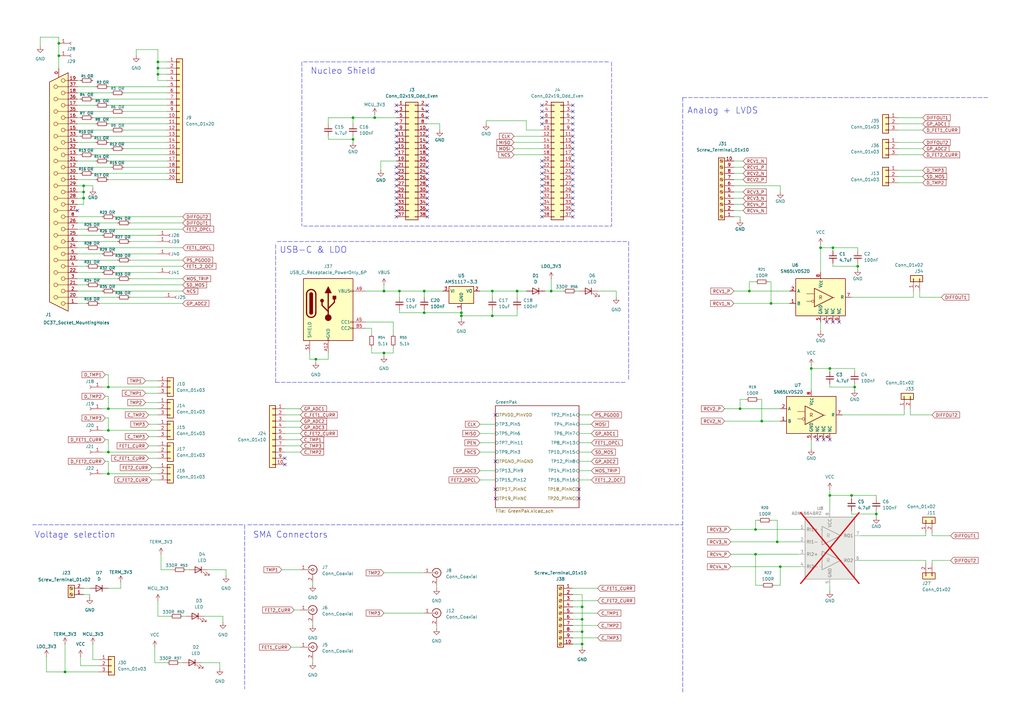
<source format=kicad_sch>
(kicad_sch (version 20250114) (generator "eeschema") (generator_version "9.0")
  (paper "A3")
  (lib_symbols
    (symbol "ADN4664BRZ:ADN4664BRZ"
      (property "Reference" "U" (at -10.16 13.97 0))
      (property "Value" "ADN4664BRZ" (at 1.27 13.97 0))
      (symbol "ADN4664BRZ_1_0"
        (text "R" (at -0.635 5.08 0) (effects (font (size 1.524 1.524))))
        (text "R" (at -0.635 -5.08 0) (effects (font (size 1.524 1.524))))
      )
      (symbol "ADN4664BRZ_1_1"
        (pin input line (at -12.7 7.62 0) (length 2.54) (name "RI1+") (number "1"))
        (pin input line (at -12.7 2.54 0) (length 2.54) (name "RI1-") (number "2"))
        (pin input line (at -12.7 -2.54 0) (length 2.54) (name "RI2+") (number "3"))
        (pin input line (at -12.7 -7.62 0) (length 2.54) (name "RI2-") (number "4"))
        (pin power_in line (at 0 15.24 270) (length 2.54) (name "VCC") (number "8"))
        (pin power_in line (at 0 -15.24 90) (length 2.54) (name "GND") (number "5"))
        (pin output line (at 12.7 5.08 180) (length 2.54) (name "RO1") (number "7"))
        (pin output line (at 12.7 -5.08 180) (length 2.54) (name "RO2") (number "6"))
      )
    )
    (symbol "Connector:Conn_01x01_Socket" (pin_names (offset 1.016) (hide yes))
      (property "Reference" "J" (at 0 2.54 0))
      (property "Value" "Conn_01x01_Socket" (at 0 -2.54 0))
      (symbol "Conn_01x01_Socket_1_1"
        (pin passive line (at -5.08 0 0) (length 3.81) (name "Pin_1") (number "1"))
      )
    )
    (symbol "Connector:Conn_Coaxial" (pin_names (offset 1.016) (hide yes))
      (property "Reference" "J" (at 0.254 3.048 0))
      (property "Value" "Conn_Coaxial" (at 2.921 0 90))
      (symbol "Conn_Coaxial_1_1"
        (pin passive line (at -5.08 0 0) (length 2.54) (name "In") (number "1"))
        (pin passive line (at 0 -5.08 90) (length 2.54) (name "Ext") (number "2"))
      )
    )
    (symbol "Connector:DC37_Socket_MountingHoles" (pin_names (offset 1.016) (hide yes))
      (property "Reference" "J" (at 0 52.07 0))
      (property "Value" "DC37_Socket_MountingHoles" (at 0 50.165 0))
      (symbol "DC37_Socket_MountingHoles_1_1"
        (pin passive line (at -7.62 45.72 0) (length 3.81) (name "1") (number "1"))
        (pin passive line (at -7.62 43.18 0) (length 3.81) (name "20") (number "20"))
        (pin passive line (at -7.62 40.64 0) (length 3.81) (name "2") (number "2"))
        (pin passive line (at -7.62 38.1 0) (length 3.81) (name "21") (number "21"))
        (pin passive line (at -7.62 35.56 0) (length 3.81) (name "3") (number "3"))
        (pin passive line (at -7.62 33.02 0) (length 3.81) (name "22") (number "22"))
        (pin passive line (at -7.62 30.48 0) (length 3.81) (name "4") (number "4"))
        (pin passive line (at -7.62 27.94 0) (length 3.81) (name "23") (number "23"))
        (pin passive line (at -7.62 25.4 0) (length 3.81) (name "5") (number "5"))
        (pin passive line (at -7.62 22.86 0) (length 3.81) (name "24") (number "24"))
        (pin passive line (at -7.62 20.32 0) (length 3.81) (name "6") (number "6"))
        (pin passive line (at -7.62 17.78 0) (length 3.81) (name "25") (number "25"))
        (pin passive line (at -7.62 15.24 0) (length 3.81) (name "7") (number "7"))
        (pin passive line (at -7.62 12.7 0) (length 3.81) (name "26") (number "26"))
        (pin passive line (at -7.62 10.16 0) (length 3.81) (name "8") (number "8"))
        (pin passive line (at -7.62 7.62 0) (length 3.81) (name "27") (number "27"))
        (pin passive line (at -7.62 5.08 0) (length 3.81) (name "9") (number "9"))
        (pin passive line (at -7.62 2.54 0) (length 3.81) (name "28") (number "28"))
        (pin passive line (at -7.62 0 0) (length 3.81) (name "10") (number "10"))
        (pin passive line (at -7.62 -2.54 0) (length 3.81) (name "29") (number "29"))
        (pin passive line (at -7.62 -5.08 0) (length 3.81) (name "11") (number "11"))
        (pin passive line (at -7.62 -7.62 0) (length 3.81) (name "30") (number "30"))
        (pin passive line (at -7.62 -10.16 0) (length 3.81) (name "12") (number "12"))
        (pin passive line (at -7.62 -12.7 0) (length 3.81) (name "31") (number "31"))
        (pin passive line (at -7.62 -15.24 0) (length 3.81) (name "13") (number "13"))
        (pin passive line (at -7.62 -17.78 0) (length 3.81) (name "32") (number "32"))
        (pin passive line (at -7.62 -20.32 0) (length 3.81) (name "14") (number "14"))
        (pin passive line (at -7.62 -22.86 0) (length 3.81) (name "33") (number "33"))
        (pin passive line (at -7.62 -25.4 0) (length 3.81) (name "15") (number "15"))
        (pin passive line (at -7.62 -27.94 0) (length 3.81) (name "34") (number "34"))
        (pin passive line (at -7.62 -30.48 0) (length 3.81) (name "16") (number "16"))
        (pin passive line (at -7.62 -33.02 0) (length 3.81) (name "35") (number "35"))
        (pin passive line (at -7.62 -35.56 0) (length 3.81) (name "17") (number "17"))
        (pin passive line (at -7.62 -38.1 0) (length 3.81) (name "36") (number "36"))
        (pin passive line (at -7.62 -40.64 0) (length 3.81) (name "18") (number "18"))
        (pin passive line (at -7.62 -43.18 0) (length 3.81) (name "37") (number "37"))
        (pin passive line (at -7.62 -45.72 0) (length 3.81) (name "19") (number "19"))
        (pin passive line (at 0 -50.8 90) (length 3.81) (name "PAD") (number "0"))
      )
    )
    (symbol "Connector:Screw_Terminal_01x02" (pin_names (offset 1.016) (hide yes))
      (property "Reference" "J" (at 0 2.54 0))
      (property "Value" "Screw_Terminal_01x02" (at 0 -5.08 0))
      (symbol "Screw_Terminal_01x02_1_1"
        (pin passive line (at -5.08 0 0) (length 3.81) (name "Pin_1") (number "1"))
        (pin passive line (at -5.08 -2.54 0) (length 3.81) (name "Pin_2") (number "2"))
      )
    )
    (symbol "Connector:Screw_Terminal_01x10" (pin_names (offset 1.016) (hide yes))
      (property "Reference" "J" (at 0 12.7 0))
      (property "Value" "Screw_Terminal_01x10" (at 0 -15.24 0))
      (symbol "Screw_Terminal_01x10_1_1"
        (pin passive line (at -5.08 10.16 0) (length 3.81) (name "Pin_1") (number "1"))
        (pin passive line (at -5.08 7.62 0) (length 3.81) (name "Pin_2") (number "2"))
        (pin passive line (at -5.08 5.08 0) (length 3.81) (name "Pin_3") (number "3"))
        (pin passive line (at -5.08 2.54 0) (length 3.81) (name "Pin_4") (number "4"))
        (pin passive line (at -5.08 0 0) (length 3.81) (name "Pin_5") (number "5"))
        (pin passive line (at -5.08 -2.54 0) (length 3.81) (name "Pin_6") (number "6"))
        (pin passive line (at -5.08 -5.08 0) (length 3.81) (name "Pin_7") (number "7"))
        (pin passive line (at -5.08 -7.62 0) (length 3.81) (name "Pin_8") (number "8"))
        (pin passive line (at -5.08 -10.16 0) (length 3.81) (name "Pin_9") (number "9"))
        (pin passive line (at -5.08 -12.7 0) (length 3.81) (name "Pin_10") (number "10"))
      )
    )
    (symbol "Connector:USB_C_Receptacle_PowerOnly_6P" (pin_names (offset 1.016))
      (property "Reference" "J" (at 0 16.51 0))
      (property "Value" "USB_C_Receptacle_PowerOnly_6P" (at 0 13.97 0))
      (symbol "USB_C_Receptacle_PowerOnly_6P_1_1"
        (pin passive line (at -7.62 -17.78 90) (length 5.08) (name "SHIELD") (number "S1"))
        (pin passive line (at 0 -17.78 90) (length 5.08) (name "GND") (number "A12"))
        (pin passive line (at 0 -17.78 90) (length 5.08) (hide yes) (name "GND") (number "B12"))
        (pin passive line (at 15.24 7.62 180) (length 5.08) (name "VBUS") (number "A9"))
        (pin passive line (at 15.24 7.62 180) (length 5.08) (hide yes) (name "VBUS") (number "B9"))
        (pin bidirectional line (at 15.24 -5.08 180) (length 5.08) (name "CC1") (number "A5"))
        (pin bidirectional line (at 15.24 -7.62 180) (length 5.08) (name "CC2") (number "B5"))
      )
    )
    (symbol "Connector_Generic:Conn_01x02" (pin_names (offset 1.016) (hide yes))
      (property "Reference" "J" (at 0 2.54 0))
      (property "Value" "Conn_01x02" (at 0 -5.08 0))
      (symbol "Conn_01x02_1_1"
        (pin passive line (at -5.08 0 0) (length 3.81) (name "Pin_1") (number "1"))
        (pin passive line (at -5.08 -2.54 0) (length 3.81) (name "Pin_2") (number "2"))
      )
    )
    (symbol "Connector_Generic:Conn_01x03" (pin_names (offset 1.016) (hide yes))
      (property "Reference" "J" (at 0 5.08 0))
      (property "Value" "Conn_01x03" (at 0 -5.08 0))
      (symbol "Conn_01x03_1_1"
        (pin passive line (at -5.08 2.54 0) (length 3.81) (name "Pin_1") (number "1"))
        (pin passive line (at -5.08 0 0) (length 3.81) (name "Pin_2") (number "2"))
        (pin passive line (at -5.08 -2.54 0) (length 3.81) (name "Pin_3") (number "3"))
      )
    )
    (symbol "Connector_Generic:Conn_01x10" (pin_names (offset 1.016) (hide yes))
      (property "Reference" "J" (at 0 12.7 0))
      (property "Value" "Conn_01x10" (at 0 -15.24 0))
      (symbol "Conn_01x10_1_1"
        (pin passive line (at -5.08 10.16 0) (length 3.81) (name "Pin_1") (number "1"))
        (pin passive line (at -5.08 7.62 0) (length 3.81) (name "Pin_2") (number "2"))
        (pin passive line (at -5.08 5.08 0) (length 3.81) (name "Pin_3") (number "3"))
        (pin passive line (at -5.08 2.54 0) (length 3.81) (name "Pin_4") (number "4"))
        (pin passive line (at -5.08 0 0) (length 3.81) (name "Pin_5") (number "5"))
        (pin passive line (at -5.08 -2.54 0) (length 3.81) (name "Pin_6") (number "6"))
        (pin passive line (at -5.08 -5.08 0) (length 3.81) (name "Pin_7") (number "7"))
        (pin passive line (at -5.08 -7.62 0) (length 3.81) (name "Pin_8") (number "8"))
        (pin passive line (at -5.08 -10.16 0) (length 3.81) (name "Pin_9") (number "9"))
        (pin passive line (at -5.08 -12.7 0) (length 3.81) (name "Pin_10") (number "10"))
      )
    )
    (symbol "Connector_Generic:Conn_01x20" (pin_names (offset 1.016) (hide yes))
      (property "Reference" "J" (at 0 25.4 0))
      (property "Value" "Conn_01x20" (at 0 -27.94 0))
      (symbol "Conn_01x20_1_1"
        (pin passive line (at -5.08 22.86 0) (length 3.81) (name "Pin_1") (number "1"))
        (pin passive line (at -5.08 20.32 0) (length 3.81) (name "Pin_2") (number "2"))
        (pin passive line (at -5.08 17.78 0) (length 3.81) (name "Pin_3") (number "3"))
        (pin passive line (at -5.08 15.24 0) (length 3.81) (name "Pin_4") (number "4"))
        (pin passive line (at -5.08 12.7 0) (length 3.81) (name "Pin_5") (number "5"))
        (pin passive line (at -5.08 10.16 0) (length 3.81) (name "Pin_6") (number "6"))
        (pin passive line (at -5.08 7.62 0) (length 3.81) (name "Pin_7") (number "7"))
        (pin passive line (at -5.08 5.08 0) (length 3.81) (name "Pin_8") (number "8"))
        (pin passive line (at -5.08 2.54 0) (length 3.81) (name "Pin_9") (number "9"))
        (pin passive line (at -5.08 0 0) (length 3.81) (name "Pin_10") (number "10"))
        (pin passive line (at -5.08 -2.54 0) (length 3.81) (name "Pin_11") (number "11"))
        (pin passive line (at -5.08 -5.08 0) (length 3.81) (name "Pin_12") (number "12"))
        (pin passive line (at -5.08 -7.62 0) (length 3.81) (name "Pin_13") (number "13"))
        (pin passive line (at -5.08 -10.16 0) (length 3.81) (name "Pin_14") (number "14"))
        (pin passive line (at -5.08 -12.7 0) (length 3.81) (name "Pin_15") (number "15"))
        (pin passive line (at -5.08 -15.24 0) (length 3.81) (name "Pin_16") (number "16"))
        (pin passive line (at -5.08 -17.78 0) (length 3.81) (name "Pin_17") (number "17"))
        (pin passive line (at -5.08 -20.32 0) (length 3.81) (name "Pin_18") (number "18"))
        (pin passive line (at -5.08 -22.86 0) (length 3.81) (name "Pin_19") (number "19"))
        (pin passive line (at -5.08 -25.4 0) (length 3.81) (name "Pin_20") (number "20"))
      )
    )
    (symbol "Connector_Generic:Conn_02x19_Odd_Even" (pin_names (offset 1.016) (hide yes))
      (property "Reference" "J" (at 1.27 25.4 0))
      (property "Value" "Conn_02x19_Odd_Even" (at 1.27 -25.4 0))
      (symbol "Conn_02x19_Odd_Even_1_1"
        (pin passive line (at -5.08 22.86 0) (length 3.81) (name "Pin_1") (number "1"))
        (pin passive line (at -5.08 20.32 0) (length 3.81) (name "Pin_3") (number "3"))
        (pin passive line (at -5.08 17.78 0) (length 3.81) (name "Pin_5") (number "5"))
        (pin passive line (at -5.08 15.24 0) (length 3.81) (name "Pin_7") (number "7"))
        (pin passive line (at -5.08 12.7 0) (length 3.81) (name "Pin_9") (number "9"))
        (pin passive line (at -5.08 10.16 0) (length 3.81) (name "Pin_11") (number "11"))
        (pin passive line (at -5.08 7.62 0) (length 3.81) (name "Pin_13") (number "13"))
        (pin passive line (at -5.08 5.08 0) (length 3.81) (name "Pin_15") (number "15"))
        (pin passive line (at -5.08 2.54 0) (length 3.81) (name "Pin_17") (number "17"))
        (pin passive line (at -5.08 0 0) (length 3.81) (name "Pin_19") (number "19"))
        (pin passive line (at -5.08 -2.54 0) (length 3.81) (name "Pin_21") (number "21"))
        (pin passive line (at -5.08 -5.08 0) (length 3.81) (name "Pin_23") (number "23"))
        (pin passive line (at -5.08 -7.62 0) (length 3.81) (name "Pin_25") (number "25"))
        (pin passive line (at -5.08 -10.16 0) (length 3.81) (name "Pin_27") (number "27"))
        (pin passive line (at -5.08 -12.7 0) (length 3.81) (name "Pin_29") (number "29"))
        (pin passive line (at -5.08 -15.24 0) (length 3.81) (name "Pin_31") (number "31"))
        (pin passive line (at -5.08 -17.78 0) (length 3.81) (name "Pin_33") (number "33"))
        (pin passive line (at -5.08 -20.32 0) (length 3.81) (name "Pin_35") (number "35"))
        (pin passive line (at -5.08 -22.86 0) (length 3.81) (name "Pin_37") (number "37"))
        (pin passive line (at 7.62 22.86 180) (length 3.81) (name "Pin_2") (number "2"))
        (pin passive line (at 7.62 20.32 180) (length 3.81) (name "Pin_4") (number "4"))
        (pin passive line (at 7.62 17.78 180) (length 3.81) (name "Pin_6") (number "6"))
        (pin passive line (at 7.62 15.24 180) (length 3.81) (name "Pin_8") (number "8"))
        (pin passive line (at 7.62 12.7 180) (length 3.81) (name "Pin_10") (number "10"))
        (pin passive line (at 7.62 10.16 180) (length 3.81) (name "Pin_12") (number "12"))
        (pin passive line (at 7.62 7.62 180) (length 3.81) (name "Pin_14") (number "14"))
        (pin passive line (at 7.62 5.08 180) (length 3.81) (name "Pin_16") (number "16"))
        (pin passive line (at 7.62 2.54 180) (length 3.81) (name "Pin_18") (number "18"))
        (pin passive line (at 7.62 0 180) (length 3.81) (name "Pin_20") (number "20"))
        (pin passive line (at 7.62 -2.54 180) (length 3.81) (name "Pin_22") (number "22"))
        (pin passive line (at 7.62 -5.08 180) (length 3.81) (name "Pin_24") (number "24"))
        (pin passive line (at 7.62 -7.62 180) (length 3.81) (name "Pin_26") (number "26"))
        (pin passive line (at 7.62 -10.16 180) (length 3.81) (name "Pin_28") (number "28"))
        (pin passive line (at 7.62 -12.7 180) (length 3.81) (name "Pin_30") (number "30"))
        (pin passive line (at 7.62 -15.24 180) (length 3.81) (name "Pin_32") (number "32"))
        (pin passive line (at 7.62 -17.78 180) (length 3.81) (name "Pin_34") (number "34"))
        (pin passive line (at 7.62 -20.32 180) (length 3.81) (name "Pin_36") (number "36"))
        (pin passive line (at 7.62 -22.86 180) (length 3.81) (name "Pin_38") (number "38"))
      )
    )
    (symbol "Device:C_Small" (pin_numbers (hide yes)) (pin_names (offset 0.254) (hide yes))
      (property "Reference" "C" (at 0.254 1.778 0))
      (property "Value" "C_Small" (at 0.254 -2.032 0))
      (symbol "C_Small_1_1"
        (pin passive line (at 0 2.54 270) (length 2.032) (name "~") (number "1"))
        (pin passive line (at 0 -2.54 90) (length 2.032) (name "~") (number "2"))
      )
    )
    (symbol "Device:D" (pin_numbers (hide yes)) (pin_names (offset 1.016) (hide yes))
      (property "Reference" "D" (at 0 2.54 0))
      (property "Value" "D" (at 0 -2.54 0))
      (symbol "D_1_1"
        (pin passive line (at -3.81 0 0) (length 2.54) (name "K") (number "1"))
        (pin passive line (at 3.81 0 180) (length 2.54) (name "A") (number "2"))
      )
    )
    (symbol "Device:LED" (pin_numbers (hide yes)) (pin_names (offset 1.016) (hide yes))
      (property "Reference" "D" (at 0 2.54 0))
      (property "Value" "LED" (at 0 -2.54 0))
      (symbol "LED_1_1"
        (pin passive line (at -3.81 0 0) (length 2.54) (name "K") (number "1"))
        (pin passive line (at 3.81 0 180) (length 2.54) (name "A") (number "2"))
      )
    )
    (symbol "Device:R_Small" (pin_numbers (hide yes)) (pin_names (offset 0.254) (hide yes))
      (property "Reference" "R" (at 0 0 90))
      (property "Value" "R_Small" (at 1.778 0 90))
      (symbol "R_Small_1_1"
        (pin passive line (at 0 2.54 270) (length 0.762) (name "~") (number "1"))
        (pin passive line (at 0 -2.54 90) (length 0.762) (name "~") (number "2"))
      )
    )
    (symbol "Interface:SN65LVDS2D"
      (property "Reference" "U" (at -8.89 8.89 0))
      (property "Value" "SN65LVDS2D" (at 1.27 8.89 0))
      (symbol "SN65LVDS2D_1_0"
        (text "R" (at 0 -0.127 0) (effects (font (size 1.524 1.524))))
      )
      (symbol "SN65LVDS2D_1_1"
        (pin input line (at -12.7 2.54 0) (length 2.54) (name "A") (number "2"))
        (pin input line (at -12.7 -2.54 0) (length 2.54) (name "B") (number "1"))
        (pin power_in line (at 0 10.16 270) (length 2.54) (name "V_{CC}") (number "8"))
        (pin power_in line (at 0 -10.16 90) (length 2.54) (name "GND") (number "5"))
        (pin passive line (at 2.54 -10.16 90) (length 2.54) (name "NC") (number "4"))
        (pin passive line (at 5.08 -10.16 90) (length 2.54) (name "NC") (number "3"))
        (pin passive line (at 7.62 -10.16 90) (length 2.54) (name "NC") (number "6"))
        (pin output line (at 12.7 0 180) (length 2.54) (name "R") (number "7"))
      )
    )
    (symbol "Regulator_Linear:AMS1117-3.3"
      (property "Reference" "U" (at -3.81 3.175 0))
      (property "Value" "AMS1117-3.3" (at 0 3.175 0))
      (symbol "AMS1117-3.3_1_1"
        (pin power_in line (at -7.62 0 0) (length 2.54) (name "VI") (number "3"))
        (pin power_in line (at 0 -7.62 90) (length 2.54) (name "GND") (number "1"))
        (pin power_out line (at 7.62 0 180) (length 2.54) (name "VO") (number "2"))
      )
    )
    (symbol "power:+3V3" (power) (pin_numbers (hide yes)) (pin_names (offset 0) (hide yes))
      (property "Value" "+3V3" (at 0 3.556 0))
      (symbol "+3V3_1_1"
        (pin power_in line (at 0 0 90) (length 0) (name "~") (number "1"))
      )
    )
    (symbol "power:GND" (power) (pin_numbers (hide yes)) (pin_names (offset 0) (hide yes))
      (property "Value" "GND" (at 0 -3.81 0))
      (symbol "GND_1_1"
        (pin power_in line (at 0 0 270) (length 0) (name "~") (number "1"))
      )
    )
    (symbol "power:VBUS" (power) (pin_numbers (hide yes)) (pin_names (offset 0) (hide yes))
      (property "Value" "VBUS" (at 0 3.556 0))
      (symbol "VBUS_1_1"
        (pin power_in line (at 0 0 90) (length 0) (name "~") (number "1"))
      )
    )
    (symbol "power:VCC" (power) (pin_numbers (hide yes)) (pin_names (offset 0) (hide yes))
      (property "Value" "VCC" (at 0 3.556 0))
      (symbol "VCC_1_1"
        (pin power_in line (at 0 0 90) (length 0) (name "~") (number "1"))
      )
    )
    (symbol "power:VDD" (power) (pin_numbers (hide yes)) (pin_names (offset 0) (hide yes))
      (property "Value" "VDD" (at 0 3.556 0))
      (symbol "VDD_1_1"
        (pin power_in line (at 0 0 90) (length 0) (name "~") (number "1"))
      )
    )
  )
  (text "Voltage selection" (at 30.734 219.456 0) (effects (font (size 2.54 2.54))))
  (text "Analog + LVDS" (at 296.418 45.466 0) (effects (font (size 2.54 2.54))))
  (text "USB-C & LDO" (at 128.524 102.616 0) (effects (font (size 2.54 2.54))))
  (text "SMA Connectors" (at 119.126 219.456 0) (effects (font (size 2.54 2.54))))
  (text "Nucleo Shield" (at 140.716 29.21 0) (effects (font (size 2.54 2.54))))
  (junction (at 201.93 129.54))
  (junction (at 351.79 109.22))
  (junction (at 238.76 259.08))
  (junction (at 34.29 76.2))
  (junction (at 303.53 167.64))
  (junction (at 309.88 217.17))
  (junction (at 129.54 147.32))
  (junction (at 26.67 275.59))
  (junction (at 173.99 119.38))
  (junction (at 238.76 264.16))
  (junction (at 44.45 176.53))
  (junction (at 34.29 81.28))
  (junction (at 212.09 119.38))
  (junction (at 226.06 119.38))
  (junction (at 173.99 128.27))
  (junction (at 238.76 248.92))
  (junction (at 44.45 194.31))
  (junction (at 44.45 158.75))
  (junction (at 320.04 232.41))
  (junction (at 201.93 119.38))
  (junction (at 336.55 101.6))
  (junction (at 341.63 101.6))
  (junction (at 44.45 185.42))
  (junction (at 307.34 119.38))
  (junction (at 64.77 25.4))
  (junction (at 157.48 119.38))
  (junction (at 44.45 167.64))
  (junction (at 349.25 203.2))
  (junction (at 64.77 27.94))
  (junction (at 163.83 119.38))
  (junction (at 144.78 48.26))
  (junction (at 332.74 151.13))
  (junction (at 64.77 30.48))
  (junction (at 318.77 222.25))
  (junction (at 340.36 151.13))
  (junction (at 238.76 254))
  (junction (at 144.78 57.15))
  (junction (at 157.48 144.78))
  (junction (at 312.42 172.72))
  (junction (at 24.13 22.86))
  (junction (at 153.67 48.26))
  (junction (at 350.52 158.75))
  (junction (at 24.13 17.78))
  (junction (at 316.23 124.46))
  (junction (at 340.36 203.2))
  (junction (at 189.23 128.27))
  (junction (at 309.88 227.33))
  (junction (at 359.41 210.82))
  (junction (at 34.29 78.74))
  (junction (at 189.23 129.54))
  (no_connect (at 175.26 81.28))
  (no_connect (at 162.56 71.12))
  (no_connect (at 234.95 43.18))
  (no_connect (at 234.95 66.04))
  (no_connect (at 237.49 204.47))
  (no_connect (at 234.95 58.42))
  (no_connect (at 222.25 83.82))
  (no_connect (at 162.56 53.34))
  (no_connect (at 234.95 45.72))
  (no_connect (at 234.95 76.2))
  (no_connect (at 175.26 45.72))
  (no_connect (at 222.25 73.66))
  (no_connect (at 175.26 43.18))
  (no_connect (at 175.26 63.5))
  (no_connect (at 222.25 86.36))
  (no_connect (at 162.56 68.58))
  (no_connect (at 203.2 170.18))
  (no_connect (at 234.95 88.9))
  (no_connect (at 234.95 86.36))
  (no_connect (at 237.49 200.66))
  (no_connect (at 222.25 71.12))
  (no_connect (at 222.25 76.2))
  (no_connect (at 116.84 187.96))
  (no_connect (at 234.95 68.58))
  (no_connect (at 234.95 73.66))
  (no_connect (at 222.25 88.9))
  (no_connect (at 116.84 190.5))
  (no_connect (at 234.95 63.5))
  (no_connect (at 175.26 86.36))
  (no_connect (at 234.95 81.28))
  (no_connect (at 222.25 48.26))
  (no_connect (at 175.26 53.34))
  (no_connect (at 175.26 68.58))
  (no_connect (at 335.28 180.34))
  (no_connect (at 175.26 78.74))
  (no_connect (at 234.95 60.96))
  (no_connect (at 175.26 71.12))
  (no_connect (at 162.56 50.8))
  (no_connect (at 222.25 78.74))
  (no_connect (at 340.36 180.34))
  (no_connect (at 175.26 76.2))
  (no_connect (at 341.63 132.08))
  (no_connect (at 162.56 73.66))
  (no_connect (at 162.56 58.42))
  (no_connect (at 162.56 81.28))
  (no_connect (at 344.17 132.08))
  (no_connect (at 162.56 86.36))
  (no_connect (at 234.95 53.34))
  (no_connect (at 162.56 78.74))
  (no_connect (at 162.56 55.88))
  (no_connect (at 234.95 83.82))
  (no_connect (at 175.26 83.82))
  (no_connect (at 234.95 71.12))
  (no_connect (at 162.56 63.5))
  (no_connect (at 337.82 180.34))
  (no_connect (at 162.56 76.2))
  (no_connect (at 222.25 66.04))
  (no_connect (at 175.26 60.96))
  (no_connect (at 234.95 55.88))
  (no_connect (at 175.26 58.42))
  (no_connect (at 162.56 43.18))
  (no_connect (at 175.26 48.26))
  (no_connect (at 222.25 43.18))
  (no_connect (at 234.95 78.74))
  (no_connect (at 162.56 60.96))
  (no_connect (at 175.26 88.9))
  (no_connect (at 31.75 86.36))
  (no_connect (at 162.56 88.9))
  (no_connect (at 203.2 189.23))
  (no_connect (at 222.25 68.58))
  (no_connect (at 203.2 200.66))
  (no_connect (at 234.95 48.26))
  (no_connect (at 339.09 132.08))
  (no_connect (at 175.26 73.66))
  (no_connect (at 203.2 204.47))
  (no_connect (at 222.25 81.28))
  (no_connect (at 162.56 83.82))
  (no_connect (at 162.56 45.72))
  (no_connect (at 175.26 55.88))
  (no_connect (at 234.95 50.8))
  (no_connect (at 175.26 66.04))
  (no_connect (at 222.25 45.72))
  (no_connect (at 222.25 50.8))
  (wire (pts (xy 59.69 161.29) (xy 64.77 161.29)))
  (wire (pts (xy 91.44 255.27) (xy 91.44 252.73)))
  (wire (pts (xy 31.75 63.5) (xy 33.02 63.5)))
  (wire (pts (xy 129.54 147.32) (xy 134.62 147.32)))
  (wire (pts (xy 64.77 27.94) (xy 68.58 27.94)))
  (wire (pts (xy 43.18 189.23) (xy 44.45 189.23)))
  (wire (pts (xy 149.86 119.38) (xy 157.48 119.38)))
  (wire (pts (xy 226.06 119.38) (xy 231.14 119.38)))
  (wire (pts (xy 31.75 66.04) (xy 39.37 66.04)))
  (wire (pts (xy 44.45 194.31) (xy 64.77 194.31)))
  (wire (pts (xy 43.18 153.67) (xy 44.45 153.67)))
  (wire (pts (xy 201.93 119.38) (xy 212.09 119.38)))
  (polyline (pts (xy 13.335 215.265) (xy 100.33 215.265)) (stroke (width 0) (type dash)))
  (wire (pts (xy 234.95 259.08) (xy 238.76 259.08)))
  (wire (pts (xy 234.95 248.92) (xy 238.76 248.92)))
  (wire (pts (xy 49.53 238.76) (xy 49.53 241.3)))
  (wire (pts (xy 64.77 25.4) (xy 68.58 25.4)))
  (wire (pts (xy 16.51 15.24) (xy 24.13 15.24)))
  (wire (pts (xy 43.18 180.34) (xy 44.45 180.34)))
  (wire (pts (xy 300.99 83.82) (xy 304.8 83.82)))
  (wire (pts (xy 68.58 33.02) (xy 64.77 33.02)))
  (wire (pts (xy 316.23 124.46) (xy 323.85 124.46)))
  (wire (pts (xy 38.1 40.64) (xy 68.58 40.64)))
  (wire (pts (xy 31.75 81.28) (xy 34.29 81.28)))
  (wire (pts (xy 196.85 181.61) (xy 203.2 181.61)))
  (wire (pts (xy 34.29 243.84) (xy 36.83 243.84)))
  (wire (pts (xy 40.64 93.98) (xy 74.93 93.98)))
  (wire (pts (xy 157.48 116.84) (xy 157.48 119.38)))
  (wire (pts (xy 31.75 116.84) (xy 35.56 116.84)))
  (wire (pts (xy 44.45 167.64) (xy 64.77 167.64)))
  (wire (pts (xy 44.45 176.53) (xy 64.77 176.53)))
  (wire (pts (xy 64.77 20.32) (xy 55.88 20.32)))
  (polyline (pts (xy 124.46 92.71) (xy 250.825 92.71)) (stroke (width 0) (type dash)))
  (wire (pts (xy 53.34 121.92) (xy 67.31 121.92)))
  (wire (pts (xy 31.75 91.44) (xy 48.26 91.44)))
  (wire (pts (xy 31.75 55.88) (xy 33.02 55.88)))
  (wire (pts (xy 234.95 264.16) (xy 238.76 264.16)))
  (wire (pts (xy 144.78 48.26) (xy 153.67 48.26)))
  (wire (pts (xy 44.45 58.42) (xy 68.58 58.42)))
  (wire (pts (xy 173.99 119.38) (xy 181.61 119.38)))
  (wire (pts (xy 318.77 222.25) (xy 327.66 222.25)))
  (wire (pts (xy 19.05 269.24) (xy 19.05 275.59)))
  (wire (pts (xy 353.06 219.71) (xy 379.73 219.71)))
  (wire (pts (xy 53.34 91.44) (xy 74.93 91.44)))
  (wire (pts (xy 237.49 193.04) (xy 242.57 193.04)))
  (wire (pts (xy 31.75 50.8) (xy 39.37 50.8)))
  (wire (pts (xy 157.48 119.38) (xy 163.83 119.38)))
  (wire (pts (xy 156.21 66.04) (xy 156.21 69.85)))
  (polyline (pts (xy 257.81 99.06) (xy 257.81 155.575)) (stroke (width 0) (type dash)))
  (wire (pts (xy 300.99 68.58) (xy 304.8 68.58)))
  (wire (pts (xy 34.29 76.2) (xy 38.1 76.2)))
  (wire (pts (xy 252.73 119.38) (xy 245.11 119.38)))
  (wire (pts (xy 31.75 43.18) (xy 39.37 43.18)))
  (wire (pts (xy 163.83 119.38) (xy 163.83 121.92)))
  (wire (pts (xy 300.99 66.04) (xy 304.8 66.04)))
  (wire (pts (xy 49.53 241.3) (xy 44.45 241.3)))
  (wire (pts (xy 77.47 233.68) (xy 76.2 233.68)))
  (wire (pts (xy 234.95 246.38) (xy 245.11 246.38)))
  (wire (pts (xy 340.36 151.13) (xy 350.52 151.13)))
  (wire (pts (xy 320.04 232.41) (xy 320.04 240.03)))
  (wire (pts (xy 31.75 38.1) (xy 45.72 38.1)))
  (wire (pts (xy 340.36 203.2) (xy 340.36 209.55)))
  (wire (pts (xy 378.46 48.26) (xy 368.3 48.26)))
  (wire (pts (xy 350.52 158.75) (xy 350.52 160.02)))
  (wire (pts (xy 351.79 102.87) (xy 351.79 101.6)))
  (wire (pts (xy 157.48 144.78) (xy 157.48 146.05)))
  (wire (pts (xy 31.75 119.38) (xy 41.91 119.38)))
  (polyline (pts (xy 123.825 25.4) (xy 123.825 92.71)) (stroke (width 0) (type dash)))
  (polyline (pts (xy 280.035 214.63) (xy 280.035 213.995)) (stroke (width 0) (type dash)))
  (wire (pts (xy 196.85 185.42) (xy 203.2 185.42)))
  (wire (pts (xy 41.91 185.42) (xy 44.45 185.42)))
  (wire (pts (xy 31.75 68.58) (xy 45.72 68.58)))
  (wire (pts (xy 332.74 180.34) (xy 332.74 184.15)))
  (wire (pts (xy 340.36 203.2) (xy 349.25 203.2)))
  (wire (pts (xy 215.9 49.53) (xy 199.39 49.53)))
  (wire (pts (xy 64.77 30.48) (xy 68.58 30.48)))
  (wire (pts (xy 340.36 240.03) (xy 340.36 242.57)))
  (wire (pts (xy 34.29 241.3) (xy 36.83 241.3)))
  (wire (pts (xy 134.62 57.15) (xy 144.78 57.15)))
  (wire (pts (xy 317.5 240.03) (xy 320.04 240.03)))
  (wire (pts (xy 379.73 231.14) (xy 379.73 229.87)))
  (wire (pts (xy 373.38 167.64) (xy 373.38 170.18)))
  (wire (pts (xy 340.36 158.75) (xy 350.52 158.75)))
  (wire (pts (xy 128.27 255.27) (xy 128.27 256.54)))
  (wire (pts (xy 238.76 243.84) (xy 238.76 248.92)))
  (wire (pts (xy 92.71 233.68) (xy 85.09 233.68)))
  (wire (pts (xy 316.23 213.36) (xy 318.77 213.36)))
  (wire (pts (xy 50.8 68.58) (xy 68.58 68.58)))
  (wire (pts (xy 175.26 50.8) (xy 180.34 50.8)))
  (wire (pts (xy 19.05 275.59) (xy 26.67 275.59)))
  (wire (pts (xy 341.63 109.22) (xy 351.79 109.22)))
  (wire (pts (xy 134.62 48.26) (xy 144.78 48.26)))
  (wire (pts (xy 309.88 227.33) (xy 309.88 240.03)))
  (wire (pts (xy 36.83 243.84) (xy 36.83 245.11)))
  (wire (pts (xy 382.27 229.87) (xy 382.27 231.14)))
  (polyline (pts (xy 280.035 40.005) (xy 280.035 283.845)) (stroke (width 0) (type dash)))
  (wire (pts (xy 24.13 22.86) (xy 24.13 17.78)))
  (wire (pts (xy 351.79 109.22) (xy 351.79 110.49)))
  (wire (pts (xy 210.82 63.5) (xy 222.25 63.5)))
  (wire (pts (xy 152.4 137.16) (xy 152.4 134.62)))
  (wire (pts (xy 44.45 43.18) (xy 68.58 43.18)))
  (wire (pts (xy 196.85 173.99) (xy 203.2 173.99)))
  (wire (pts (xy 212.09 129.54) (xy 201.93 129.54)))
  (polyline (pts (xy 113.03 156.845) (xy 256.54 156.845)) (stroke (width 0) (type dash)))
  (wire (pts (xy 46.99 104.14) (xy 64.77 104.14)))
  (wire (pts (xy 41.91 158.75) (xy 44.45 158.75)))
  (wire (pts (xy 153.67 46.99) (xy 153.67 48.26)))
  (wire (pts (xy 40.64 124.46) (xy 74.93 124.46)))
  (wire (pts (xy 127 147.32) (xy 129.54 147.32)))
  (wire (pts (xy 31.75 96.52) (xy 41.91 96.52)))
  (wire (pts (xy 116.84 182.88) (xy 123.19 182.88)))
  (wire (pts (xy 31.75 58.42) (xy 39.37 58.42)))
  (wire (pts (xy 300.99 88.9) (xy 303.53 88.9)))
  (wire (pts (xy 306.07 163.83) (xy 303.53 163.83)))
  (wire (pts (xy 31.75 121.92) (xy 48.26 121.92)))
  (wire (pts (xy 201.93 127) (xy 201.93 129.54)))
  (wire (pts (xy 43.18 162.56) (xy 44.45 162.56)))
  (wire (pts (xy 64.77 25.4) (xy 64.77 20.32)))
  (wire (pts (xy 31.75 53.34) (xy 45.72 53.34)))
  (wire (pts (xy 377.19 119.38) (xy 377.19 121.92)))
  (wire (pts (xy 173.99 128.27) (xy 189.23 128.27)))
  (wire (pts (xy 359.41 209.55) (xy 359.41 210.82)))
  (wire (pts (xy 68.58 271.78) (xy 63.5 271.78)))
  (wire (pts (xy 163.83 119.38) (xy 173.99 119.38)))
  (wire (pts (xy 368.3 72.39) (xy 378.46 72.39)))
  (wire (pts (xy 90.17 274.32) (xy 90.17 271.78)))
  (wire (pts (xy 44.45 35.56) (xy 68.58 35.56)))
  (wire (pts (xy 50.8 53.34) (xy 68.58 53.34)))
  (wire (pts (xy 309.88 213.36) (xy 309.88 217.17)))
  (wire (pts (xy 299.72 227.33) (xy 309.88 227.33)))
  (wire (pts (xy 50.8 60.96) (xy 68.58 60.96)))
  (wire (pts (xy 237.49 173.99) (xy 242.57 173.99)))
  (wire (pts (xy 368.3 74.93) (xy 378.46 74.93)))
  (wire (pts (xy 189.23 129.54) (xy 201.93 129.54)))
  (wire (pts (xy 115.57 233.68) (xy 123.19 233.68)))
  (wire (pts (xy 312.42 172.72) (xy 320.04 172.72)))
  (wire (pts (xy 128.27 270.51) (xy 128.27 271.78)))
  (wire (pts (xy 161.29 132.08) (xy 161.29 137.16)))
  (wire (pts (xy 309.88 217.17) (xy 327.66 217.17)))
  (wire (pts (xy 24.13 17.78) (xy 24.13 15.24)))
  (wire (pts (xy 50.8 38.1) (xy 68.58 38.1)))
  (wire (pts (xy 144.78 48.26) (xy 144.78 50.8)))
  (wire (pts (xy 332.74 151.13) (xy 332.74 160.02)))
  (wire (pts (xy 173.99 119.38) (xy 173.99 121.92)))
  (wire (pts (xy 332.74 149.86) (xy 332.74 151.13)))
  (wire (pts (xy 26.67 264.16) (xy 26.67 275.59)))
  (wire (pts (xy 38.1 63.5) (xy 68.58 63.5)))
  (wire (pts (xy 60.96 179.07) (xy 64.77 179.07)))
  (wire (pts (xy 312.42 240.03) (xy 309.88 240.03)))
  (wire (pts (xy 46.99 111.76) (xy 64.77 111.76)))
  (wire (pts (xy 16.51 15.24) (xy 16.51 19.05)))
  (wire (pts (xy 215.9 53.34) (xy 215.9 49.53)))
  (polyline (pts (xy 124.46 25.4) (xy 250.19 25.4)) (stroke (width 0) (type dash)))
  (wire (pts (xy 378.46 60.96) (xy 368.3 60.96)))
  (wire (pts (xy 24.13 27.94) (xy 24.13 22.86)))
  (wire (pts (xy 69.85 252.73) (xy 64.77 252.73)))
  (wire (pts (xy 332.74 151.13) (xy 340.36 151.13)))
  (wire (pts (xy 152.4 144.78) (xy 157.48 144.78)))
  (polyline (pts (xy 254 215.265) (xy 280.035 215.265)) (stroke (width 0) (type dash)))
  (wire (pts (xy 210.82 55.88) (xy 222.25 55.88)))
  (wire (pts (xy 234.95 256.54) (xy 245.11 256.54)))
  (wire (pts (xy 34.29 81.28) (xy 34.29 78.74)))
  (wire (pts (xy 60.96 170.18) (xy 64.77 170.18)))
  (wire (pts (xy 43.18 171.45) (xy 44.45 171.45)))
  (polyline (pts (xy 100.33 215.265) (xy 100.33 282.575)) (stroke (width 0) (type dash)))
  (wire (pts (xy 62.23 196.85) (xy 64.77 196.85)))
  (wire (pts (xy 116.84 172.72) (xy 123.19 172.72)))
  (wire (pts (xy 157.48 144.78) (xy 161.29 144.78)))
  (wire (pts (xy 44.45 158.75) (xy 64.77 158.75)))
  (wire (pts (xy 46.99 119.38) (xy 74.93 119.38)))
  (wire (pts (xy 40.64 116.84) (xy 74.93 116.84)))
  (wire (pts (xy 300.99 86.36) (xy 304.8 86.36)))
  (wire (pts (xy 179.07 256.54) (xy 179.07 257.81)))
  (wire (pts (xy 38.1 264.16) (xy 38.1 270.51)))
  (polyline (pts (xy 280.035 40.005) (xy 405.13 40.005)) (stroke (width 0) (type dash)))
  (wire (pts (xy 144.78 57.15) (xy 144.78 58.42)))
  (wire (pts (xy 44.45 162.56) (xy 44.45 167.64)))
  (wire (pts (xy 210.82 60.96) (xy 222.25 60.96)))
  (wire (pts (xy 64.77 30.48) (xy 64.77 27.94)))
  (wire (pts (xy 74.93 271.78) (xy 73.66 271.78)))
  (wire (pts (xy 144.78 55.88) (xy 144.78 57.15)))
  (wire (pts (xy 50.8 45.72) (xy 68.58 45.72)))
  (wire (pts (xy 38.1 76.2) (xy 38.1 77.47)))
  (wire (pts (xy 31.75 33.02) (xy 33.02 33.02)))
  (wire (pts (xy 34.29 81.28) (xy 34.29 83.82)))
  (wire (pts (xy 314.96 115.57) (xy 316.23 115.57)))
  (wire (pts (xy 238.76 254) (xy 238.76 259.08)))
  (wire (pts (xy 336.55 101.6) (xy 336.55 111.76)))
  (wire (pts (xy 129.54 147.32) (xy 129.54 148.59)))
  (wire (pts (xy 38.1 55.88) (xy 68.58 55.88)))
  (wire (pts (xy 196.85 193.04) (xy 203.2 193.04)))
  (wire (pts (xy 53.34 106.68) (xy 74.93 106.68)))
  (wire (pts (xy 320.04 232.41) (xy 327.66 232.41)))
  (polyline (pts (xy 113.665 99.06) (xy 257.175 99.06)) (stroke (width 0) (type dash)))
  (wire (pts (xy 237.49 170.18) (xy 242.57 170.18)))
  (wire (pts (xy 189.23 128.27) (xy 189.23 129.54)))
  (wire (pts (xy 234.95 241.3) (xy 245.11 241.3)))
  (wire (pts (xy 62.23 191.77) (xy 64.77 191.77)))
  (wire (pts (xy 40.64 101.6) (xy 74.93 101.6)))
  (wire (pts (xy 116.84 180.34) (xy 123.19 180.34)))
  (wire (pts (xy 31.75 106.68) (xy 48.26 106.68)))
  (wire (pts (xy 116.84 175.26) (xy 123.19 175.26)))
  (wire (pts (xy 300.99 78.74) (xy 304.8 78.74)))
  (wire (pts (xy 31.75 93.98) (xy 35.56 93.98)))
  (wire (pts (xy 303.53 88.9) (xy 303.53 90.17)))
  (wire (pts (xy 76.2 252.73) (xy 74.93 252.73)))
  (wire (pts (xy 238.76 248.92) (xy 238.76 254)))
  (wire (pts (xy 64.77 27.94) (xy 64.77 25.4)))
  (wire (pts (xy 307.34 115.57) (xy 307.34 119.38)))
  (wire (pts (xy 350.52 152.4) (xy 350.52 151.13)))
  (wire (pts (xy 40.64 275.59) (xy 26.67 275.59)))
  (wire (pts (xy 34.29 76.2) (xy 34.29 78.74)))
  (wire (pts (xy 31.75 104.14) (xy 41.91 104.14)))
  (wire (pts (xy 382.27 219.71) (xy 389.89 219.71)))
  (wire (pts (xy 134.62 147.32) (xy 134.62 144.78)))
  (wire (pts (xy 91.44 252.73) (xy 83.82 252.73)))
  (wire (pts (xy 237.49 189.23) (xy 242.57 189.23)))
  (polyline (pts (xy 250.825 25.4) (xy 250.825 92.71)) (stroke (width 0) (type dash)))
  (polyline (pts (xy 117.475 215.265) (xy 254 215.265)) (stroke (width 0) (type dash)))
  (wire (pts (xy 152.4 134.62) (xy 149.86 134.62)))
  (wire (pts (xy 212.09 127) (xy 212.09 129.54)))
  (wire (pts (xy 153.67 48.26) (xy 162.56 48.26)))
  (wire (pts (xy 189.23 127) (xy 189.23 128.27)))
  (wire (pts (xy 300.99 124.46) (xy 316.23 124.46)))
  (wire (pts (xy 60.96 173.99) (xy 64.77 173.99)))
  (wire (pts (xy 311.15 213.36) (xy 309.88 213.36)))
  (wire (pts (xy 299.72 222.25) (xy 318.77 222.25)))
  (wire (pts (xy 44.45 153.67) (xy 44.45 158.75)))
  (wire (pts (xy 234.95 243.84) (xy 238.76 243.84)))
  (wire (pts (xy 336.55 132.08) (xy 336.55 135.89)))
  (wire (pts (xy 341.63 107.95) (xy 341.63 109.22)))
  (wire (pts (xy 373.38 170.18) (xy 382.27 170.18)))
  (wire (pts (xy 46.99 88.9) (xy 74.93 88.9)))
  (wire (pts (xy 309.88 115.57) (xy 307.34 115.57)))
  (wire (pts (xy 119.38 265.43) (xy 123.19 265.43)))
  (wire (pts (xy 351.79 107.95) (xy 351.79 109.22)))
  (wire (pts (xy 349.25 204.47) (xy 349.25 203.2)))
  (wire (pts (xy 234.95 251.46) (xy 245.11 251.46)))
  (wire (pts (xy 237.49 177.8) (xy 242.57 177.8)))
  (wire (pts (xy 161.29 144.78) (xy 161.29 142.24)))
  (wire (pts (xy 31.75 35.56) (xy 39.37 35.56)))
  (wire (pts (xy 320.04 76.2) (xy 320.04 78.74)))
  (wire (pts (xy 31.75 114.3) (xy 48.26 114.3)))
  (wire (pts (xy 41.91 167.64) (xy 44.45 167.64)))
  (wire (pts (xy 66.04 227.33) (xy 66.04 233.68)))
  (wire (pts (xy 44.45 50.8) (xy 68.58 50.8)))
  (wire (pts (xy 303.53 167.64) (xy 320.04 167.64)))
  (wire (pts (xy 238.76 264.16) (xy 238.76 265.43)))
  (wire (pts (xy 38.1 48.26) (xy 68.58 48.26)))
  (wire (pts (xy 44.45 73.66) (xy 68.58 73.66)))
  (wire (pts (xy 40.64 273.05) (xy 33.02 273.05)))
  (wire (pts (xy 40.64 270.51) (xy 38.1 270.51)))
  (wire (pts (xy 223.52 119.38) (xy 226.06 119.38)))
  (wire (pts (xy 374.65 121.92) (xy 374.65 119.38)))
  (wire (pts (xy 312.42 163.83) (xy 312.42 172.72)))
  (wire (pts (xy 222.25 53.34) (xy 215.9 53.34)))
  (wire (pts (xy 116.84 167.64) (xy 123.19 167.64)))
  (wire (pts (xy 31.75 99.06) (xy 48.26 99.06)))
  (wire (pts (xy 349.25 209.55) (xy 349.25 210.82)))
  (wire (pts (xy 31.75 111.76) (xy 41.91 111.76)))
  (wire (pts (xy 379.73 229.87) (xy 353.06 229.87)))
  (wire (pts (xy 157.48 234.95) (xy 173.99 234.95)))
  (wire (pts (xy 31.75 40.64) (xy 33.02 40.64)))
  (wire (pts (xy 180.34 50.8) (xy 180.34 53.34)))
  (wire (pts (xy 163.83 128.27) (xy 173.99 128.27)))
  (wire (pts (xy 212.09 119.38) (xy 215.9 119.38)))
  (wire (pts (xy 134.62 50.8) (xy 134.62 48.26)))
  (wire (pts (xy 238.76 259.08) (xy 238.76 264.16)))
  (wire (pts (xy 40.64 109.22) (xy 74.93 109.22)))
  (wire (pts (xy 116.84 185.42) (xy 123.19 185.42)))
  (wire (pts (xy 378.46 50.8) (xy 368.3 50.8)))
  (wire (pts (xy 33.02 269.24) (xy 33.02 273.05)))
  (wire (pts (xy 237.49 181.61) (xy 242.57 181.61)))
  (wire (pts (xy 378.46 63.5) (xy 368.3 63.5)))
  (wire (pts (xy 38.1 71.12) (xy 68.58 71.12)))
  (wire (pts (xy 341.63 102.87) (xy 341.63 101.6)))
  (wire (pts (xy 31.75 73.66) (xy 39.37 73.66)))
  (wire (pts (xy 377.19 121.92) (xy 386.08 121.92)))
  (wire (pts (xy 237.49 196.85) (xy 242.57 196.85)))
  (wire (pts (xy 226.06 114.3) (xy 226.06 119.38)))
  (wire (pts (xy 378.46 58.42) (xy 368.3 58.42)))
  (wire (pts (xy 350.52 157.48) (xy 350.52 158.75)))
  (wire (pts (xy 252.73 121.92) (xy 252.73 119.38)))
  (wire (pts (xy 64.77 33.02) (xy 64.77 30.48)))
  (wire (pts (xy 189.23 129.54) (xy 189.23 130.81)))
  (wire (pts (xy 59.69 165.1) (xy 64.77 165.1)))
  (wire (pts (xy 378.46 53.34) (xy 368.3 53.34)))
  (wire (pts (xy 120.65 250.19) (xy 123.19 250.19)))
  (wire (pts (xy 44.45 66.04) (xy 68.58 66.04)))
  (wire (pts (xy 31.75 109.22) (xy 35.56 109.22)))
  (wire (pts (xy 60.96 182.88) (xy 64.77 182.88)))
  (wire (pts (xy 55.88 20.32) (xy 55.88 22.86)))
  (wire (pts (xy 345.44 170.18) (xy 370.84 170.18)))
  (wire (pts (xy 234.95 261.62) (xy 245.11 261.62)))
  (wire (pts (xy 316.23 115.57) (xy 316.23 124.46)))
  (wire (pts (xy 44.45 171.45) (xy 44.45 176.53)))
  (wire (pts (xy 64.77 246.38) (xy 64.77 252.73)))
  (wire (pts (xy 116.84 170.18) (xy 123.19 170.18)))
  (wire (pts (xy 359.41 204.47) (xy 359.41 203.2)))
  (wire (pts (xy 201.93 119.38) (xy 201.93 121.92)))
  (wire (pts (xy 196.85 196.85) (xy 203.2 196.85)))
  (wire (pts (xy 44.45 189.23) (xy 44.45 194.31)))
  (wire (pts (xy 59.69 156.21) (xy 64.77 156.21)))
  (wire (pts (xy 31.75 101.6) (xy 35.56 101.6)))
  (wire (pts (xy 382.27 218.44) (xy 382.27 219.71)))
  (wire (pts (xy 349.25 210.82) (xy 359.41 210.82)))
  (wire (pts (xy 53.34 114.3) (xy 74.93 114.3)))
  (wire (pts (xy 300.99 119.38) (xy 307.34 119.38)))
  (wire (pts (xy 300.99 76.2) (xy 320.04 76.2)))
  (wire (pts (xy 311.15 163.83) (xy 312.42 163.83)))
  (wire (pts (xy 149.86 132.08) (xy 161.29 132.08)))
  (wire (pts (xy 300.99 73.66) (xy 304.8 73.66)))
  (wire (pts (xy 359.41 210.82) (xy 359.41 212.09)))
  (wire (pts (xy 128.27 238.76) (xy 128.27 240.03)))
  (wire (pts (xy 297.18 167.64) (xy 303.53 167.64)))
  (wire (pts (xy 156.21 66.04) (xy 162.56 66.04)))
  (wire (pts (xy 318.77 213.36) (xy 318.77 222.25)))
  (wire (pts (xy 389.89 229.87) (xy 382.27 229.87)))
  (wire (pts (xy 31.75 45.72) (xy 45.72 45.72)))
  (wire (pts (xy 31.75 78.74) (xy 34.29 78.74)))
  (wire (pts (xy 31.75 71.12) (xy 33.02 71.12)))
  (wire (pts (xy 71.12 233.68) (xy 66.04 233.68)))
  (wire (pts (xy 349.25 121.92) (xy 374.65 121.92)))
  (wire (pts (xy 341.63 101.6) (xy 351.79 101.6)))
  (wire (pts (xy 299.72 232.41) (xy 320.04 232.41)))
  (wire (pts (xy 127 144.78) (xy 127 147.32)))
  (wire (pts (xy 307.34 119.38) (xy 323.85 119.38)))
  (wire (pts (xy 173.99 127) (xy 173.99 128.27)))
  (wire (pts (xy 368.3 69.85) (xy 378.46 69.85)))
  (wire (pts (xy 196.85 177.8) (xy 203.2 177.8)))
  (wire (pts (xy 179.07 240.03) (xy 179.07 241.3)))
  (wire (pts (xy 44.45 185.42) (xy 64.77 185.42)))
  (wire (pts (xy 300.99 71.12) (xy 304.8 71.12)))
  (wire (pts (xy 31.75 88.9) (xy 41.91 88.9)))
  (wire (pts (xy 336.55 101.6) (xy 341.63 101.6)))
  (wire (pts (xy 370.84 170.18) (xy 370.84 167.64)))
  (wire (pts (xy 199.39 49.53) (xy 199.39 50.8)))
  (wire (pts (xy 210.82 58.42) (xy 222.25 58.42)))
  (polyline (pts (xy 113.03 100.33) (xy 113.03 156.845)) (stroke (width 0) (type dash)))
  (wire (pts (xy 90.17 271.78) (xy 82.55 271.78)))
  (wire (pts (xy 234.95 254) (xy 238.76 254)))
  (wire (pts (xy 196.85 119.38) (xy 201.93 119.38)))
  (wire (pts (xy 53.34 99.06) (xy 64.77 99.06)))
  (wire (pts (xy 163.83 127) (xy 163.83 128.27)))
  (wire (pts (xy 237.49 119.38) (xy 236.22 119.38)))
  (wire (pts (xy 300.99 81.28) (xy 304.8 81.28)))
  (wire (pts (xy 31.75 48.26) (xy 33.02 48.26)))
  (wire (pts (xy 309.88 227.33) (xy 327.66 227.33)))
  (wire (pts (xy 297.18 172.72) (xy 312.42 172.72)))
  (wire (pts (xy 212.09 121.92) (xy 212.09 119.38)))
  (wire (pts (xy 31.75 83.82) (xy 34.29 83.82)))
  (wire (pts (xy 92.71 236.22) (xy 92.71 233.68)))
  (wire (pts (xy 237.49 185.42) (xy 242.57 185.42)))
  (wire (pts (xy 299.72 217.17) (xy 309.88 217.17)))
  (wire (pts (xy 157.48 251.46) (xy 173.99 251.46)))
  (wire (pts (xy 63.5 265.43) (xy 63.5 271.78)))
  (wire (pts (xy 340.36 157.48) (xy 340.36 158.75)))
  (wire (pts (xy 303.53 163.83) (xy 303.53 167.64)))
  (wire (pts (xy 41.91 176.53) (xy 44.45 176.53)))
  (wire (pts (xy 60.96 187.96) (xy 64.77 187.96)))
  (wire (pts (xy 41.91 194.31) (xy 44.45 194.31)))
  (wire (pts (xy 336.55 100.33) (xy 336.55 101.6)))
  (wire (pts (xy 340.36 152.4) (xy 340.36 151.13)))
  (wire (pts (xy 44.45 180.34) (xy 44.45 185.42)))
  (wire (pts (xy 31.75 76.2) (xy 34.29 76.2)))
  (polyline (pts (xy 101.6 215.265) (xy 117.475 215.265)) (stroke (width 0) (type dash)))
  (wire (pts (xy 116.84 177.8) (xy 123.19 177.8)))
  (wire (pts (xy 379.73 219.71) (xy 379.73 218.44)))
  (wire (pts (xy 31.75 60.96) (xy 45.72 60.96)))
  (wire (pts (xy 349.25 203.2) (xy 359.41 203.2)))
  (wire (pts (xy 31.75 124.46) (xy 35.56 124.46)))
  (wire (pts (xy 340.36 200.66) (xy 340.36 203.2)))
  (wire (pts (xy 152.4 142.24) (xy 152.4 144.78)))
  (wire (pts (xy 134.62 55.88) (xy 134.62 57.15)))
  (wire (pts (xy 46.99 96.52) (xy 64.77 96.52)))
  (global_label "TMP1" (shape input) (at 59.69 156.21 180) (property "Intersheetrefs" "${INTERSHEET_REFS}" (effects (hide yes))))
  (global_label "GP_ADC2" (shape input) (at 74.93 124.46 0) (property "Intersheetrefs" "${INTERSHEET_REFS}" (effects (hide yes))))
  (global_label "FET1_CURR" (shape input) (at 60.96 182.88 180) (property "Intersheetrefs" "${INTERSHEET_REFS}" (effects (hide yes))))
  (global_label "TMP2" (shape input) (at 59.69 165.1 180) (property "Intersheetrefs" "${INTERSHEET_REFS}" (effects (hide yes))))
  (global_label "D_FET2_CURR" (shape input) (at 43.18 189.23 180) (property "Intersheetrefs" "${INTERSHEET_REFS}" (effects (hide yes))))
  (global_label "RCV2_P" (shape input) (at 297.18 167.64 180) (property "Intersheetrefs" "${INTERSHEET_REFS}" (effects (hide yes))))
  (global_label "GP_ADC3" (shape input) (at 123.19 175.26 0) (property "Intersheetrefs" "${INTERSHEET_REFS}" (effects (hide yes))))
  (global_label "C_FET2_CURR" (shape input) (at 62.23 196.85 180) (property "Intersheetrefs" "${INTERSHEET_REFS}" (effects (hide yes))))
  (global_label "PS_PGOOD" (shape input) (at 74.93 106.68 0) (property "Intersheetrefs" "${INTERSHEET_REFS}" (effects (hide yes))))
  (global_label "RCV3_N" (shape input) (at 304.8 81.28 0) (property "Intersheetrefs" "${INTERSHEET_REFS}" (effects (hide yes))))
  (global_label "RCV4_N" (shape input) (at 304.8 86.36 0) (property "Intersheetrefs" "${INTERSHEET_REFS}" (effects (hide yes))))
  (global_label "GP_ADC1" (shape input) (at 378.46 50.8 0) (property "Intersheetrefs" "${INTERSHEET_REFS}" (effects (hide yes))))
  (global_label "PS_PGOOD" (shape input) (at 242.57 170.18 0) (property "Intersheetrefs" "${INTERSHEET_REFS}" (effects (hide yes))))
  (global_label "DIFFOUT2" (shape input) (at 74.93 88.9 0) (property "Intersheetrefs" "${INTERSHEET_REFS}" (effects (hide yes))))
  (global_label "MOS_TRIP" (shape input) (at 74.93 114.3 0) (property "Intersheetrefs" "${INTERSHEET_REFS}" (effects (hide yes))))
  (global_label "DIFFOUT2" (shape input) (at 378.46 58.42 0) (property "Intersheetrefs" "${INTERSHEET_REFS}" (effects (hide yes))))
  (global_label "D_TMP3" (shape input) (at 378.46 69.85 0) (property "Intersheetrefs" "${INTERSHEET_REFS}" (effects (hide yes))))
  (global_label "C_FET2_CURR" (shape input) (at 123.19 177.8 0) (property "Intersheetrefs" "${INTERSHEET_REFS}" (effects (hide yes))))
  (global_label "DIFFOUT1" (shape input) (at 378.46 48.26 0) (property "Intersheetrefs" "${INTERSHEET_REFS}" (effects (hide yes))))
  (global_label "MOS_TRIP" (shape input) (at 242.57 193.04 0) (property "Intersheetrefs" "${INTERSHEET_REFS}" (effects (hide yes))))
  (global_label "C_TMP2" (shape input) (at 123.19 185.42 0) (property "Intersheetrefs" "${INTERSHEET_REFS}" (effects (hide yes))))
  (global_label "C_FET1_CURR" (shape input) (at 245.11 241.3 0) (property "Intersheetrefs" "${INTERSHEET_REFS}" (effects (hide yes))))
  (global_label "D_FET1_CURR" (shape input) (at 43.18 180.34 180) (property "Intersheetrefs" "${INTERSHEET_REFS}" (effects (hide yes))))
  (global_label "FET1_2_OCF" (shape input) (at 242.57 196.85 0) (property "Intersheetrefs" "${INTERSHEET_REFS}" (effects (hide yes))))
  (global_label "RCV4_N" (shape input) (at 299.72 232.41 180) (property "Intersheetrefs" "${INTERSHEET_REFS}" (effects (hide yes))))
  (global_label "PEN" (shape input) (at 196.85 181.61 180) (property "Intersheetrefs" "${INTERSHEET_REFS}" (effects (hide yes))))
  (global_label "TMP2" (shape input) (at 157.48 234.95 180) (property "Intersheetrefs" "${INTERSHEET_REFS}" (effects (hide yes))))
  (global_label "TMP3" (shape input) (at 60.96 173.99 180) (property "Intersheetrefs" "${INTERSHEET_REFS}" (effects (hide yes))))
  (global_label "GP_ADC3" (shape input) (at 196.85 193.04 180) (property "Intersheetrefs" "${INTERSHEET_REFS}" (effects (hide yes))))
  (global_label "D_TMP2" (shape input) (at 378.46 74.93 0) (property "Intersheetrefs" "${INTERSHEET_REFS}" (effects (hide yes))))
  (global_label "FET1_OPCL" (shape input) (at 74.93 101.6 0) (property "Intersheetrefs" "${INTERSHEET_REFS}" (effects (hide yes))))
  (global_label "FET2_OPCL" (shape input) (at 196.85 196.85 180) (property "Intersheetrefs" "${INTERSHEET_REFS}" (effects (hide yes))))
  (global_label "C_FET1_CURR" (shape input) (at 60.96 187.96 180) (property "Intersheetrefs" "${INTERSHEET_REFS}" (effects (hide yes))))
  (global_label "RCV1_P" (shape input) (at 304.8 68.58 0) (property "Intersheetrefs" "${INTERSHEET_REFS}" (effects (hide yes))))
  (global_label "D_TMP1" (shape input) (at 43.18 153.67 180) (property "Intersheetrefs" "${INTERSHEET_REFS}" (effects (hide yes))))
  (global_label "MISO" (shape input) (at 210.82 58.42 180) (property "Intersheetrefs" "${INTERSHEET_REFS}" (effects (hide yes))))
  (global_label "NCS" (shape input) (at 74.93 119.38 0) (property "Intersheetrefs" "${INTERSHEET_REFS}" (effects (hide yes))))
  (global_label "DIFFOUT2" (shape input) (at 389.89 229.87 0) (property "Intersheetrefs" "${INTERSHEET_REFS}" (effects (hide yes))))
  (global_label "FET2_CURR" (shape input) (at 120.65 250.19 180) (property "Intersheetrefs" "${INTERSHEET_REFS}" (effects (hide yes))))
  (global_label "DIFFOUT1" (shape input) (at 74.93 91.44 0) (property "Intersheetrefs" "${INTERSHEET_REFS}" (effects (hide yes))))
  (global_label "RCV2_N" (shape input) (at 304.8 71.12 0) (property "Intersheetrefs" "${INTERSHEET_REFS}" (effects (hide yes))))
  (global_label "C_TMP2" (shape input) (at 60.96 170.18 180) (property "Intersheetrefs" "${INTERSHEET_REFS}" (effects (hide yes))))
  (global_label "SD_MOS" (shape input) (at 378.46 72.39 0) (property "Intersheetrefs" "${INTERSHEET_REFS}" (effects (hide yes))))
  (global_label "C_TMP1" (shape input) (at 59.69 161.29 180) (property "Intersheetrefs" "${INTERSHEET_REFS}" (effects (hide yes))))
  (global_label "C_TMP2" (shape input) (at 245.11 256.54 0) (property "Intersheetrefs" "${INTERSHEET_REFS}" (effects (hide yes))))
  (global_label "TMP1" (shape input) (at 115.57 233.68 180) (property "Intersheetrefs" "${INTERSHEET_REFS}" (effects (hide yes))))
  (global_label "RCV1_N" (shape input) (at 300.99 124.46 180) (property "Intersheetrefs" "${INTERSHEET_REFS}" (effects (hide yes))))
  (global_label "TMP3" (shape input) (at 157.48 251.46 180) (property "Intersheetrefs" "${INTERSHEET_REFS}" (effects (hide yes))))
  (global_label "FET1_2_OCF" (shape input) (at 74.93 109.22 0) (property "Intersheetrefs" "${INTERSHEET_REFS}" (effects (hide yes))))
  (global_label "RCV4_P" (shape input) (at 304.8 83.82 0) (property "Intersheetrefs" "${INTERSHEET_REFS}" (effects (hide yes))))
  (global_label "C_TMP1" (shape input) (at 245.11 251.46 0) (property "Intersheetrefs" "${INTERSHEET_REFS}" (effects (hide yes))))
  (global_label "D_FET2_CURR" (shape input) (at 378.46 63.5 0) (property "Intersheetrefs" "${INTERSHEET_REFS}" (effects (hide yes))))
  (global_label "RCV2_N" (shape input) (at 297.18 172.72 180) (property "Intersheetrefs" "${INTERSHEET_REFS}" (effects (hide yes))))
  (global_label "D_TMP2" (shape input) (at 43.18 162.56 180) (property "Intersheetrefs" "${INTERSHEET_REFS}" (effects (hide yes))))
  (global_label "C_FET2_CURR" (shape input) (at 245.11 246.38 0) (property "Intersheetrefs" "${INTERSHEET_REFS}" (effects (hide yes))))
  (global_label "C_FET1_CURR" (shape input) (at 123.19 170.18 0) (property "Intersheetrefs" "${INTERSHEET_REFS}" (effects (hide yes))))
  (global_label "C_TMP3" (shape input) (at 245.11 261.62 0) (property "Intersheetrefs" "${INTERSHEET_REFS}" (effects (hide yes))))
  (global_label "RCV1_P" (shape input) (at 300.99 119.38 180) (property "Intersheetrefs" "${INTERSHEET_REFS}" (effects (hide yes))))
  (global_label "RCV2_P" (shape input) (at 304.8 73.66 0) (property "Intersheetrefs" "${INTERSHEET_REFS}" (effects (hide yes))))
  (global_label "CLK" (shape input) (at 210.82 55.88 180) (property "Intersheetrefs" "${INTERSHEET_REFS}" (effects (hide yes))))
  (global_label "C_TMP3" (shape input) (at 60.96 179.07 180) (property "Intersheetrefs" "${INTERSHEET_REFS}" (effects (hide yes))))
  (global_label "SD_MOS" (shape input) (at 74.93 116.84 0) (property "Intersheetrefs" "${INTERSHEET_REFS}" (effects (hide yes))))
  (global_label "C_TMP1" (shape input) (at 123.19 180.34 0) (property "Intersheetrefs" "${INTERSHEET_REFS}" (effects (hide yes))))
  (global_label "NCS" (shape input) (at 196.85 185.42 180) (property "Intersheetrefs" "${INTERSHEET_REFS}" (effects (hide yes))))
  (global_label "MOSI" (shape input) (at 242.57 173.99 0) (property "Intersheetrefs" "${INTERSHEET_REFS}" (effects (hide yes))))
  (global_label "GP_ADC2" (shape input) (at 378.46 60.96 0) (property "Intersheetrefs" "${INTERSHEET_REFS}" (effects (hide yes))))
  (global_label "GP_ADC1" (shape input) (at 123.19 167.64 0) (property "Intersheetrefs" "${INTERSHEET_REFS}" (effects (hide yes))))
  (global_label "FET1_CURR" (shape input) (at 119.38 265.43 180) (property "Intersheetrefs" "${INTERSHEET_REFS}" (effects (hide yes))))
  (global_label "GP_ADC2" (shape input) (at 123.19 172.72 0) (property "Intersheetrefs" "${INTERSHEET_REFS}" (effects (hide yes))))
  (global_label "RCV3_P" (shape input) (at 304.8 78.74 0) (property "Intersheetrefs" "${INTERSHEET_REFS}" (effects (hide yes))))
  (global_label "GP_ADC1" (shape input) (at 242.57 177.8 0) (property "Intersheetrefs" "${INTERSHEET_REFS}" (effects (hide yes))))
  (global_label "SD_MOS" (shape input) (at 242.57 185.42 0) (property "Intersheetrefs" "${INTERSHEET_REFS}" (effects (hide yes))))
  (global_label "FET2_CURR" (shape input) (at 62.23 191.77 180) (property "Intersheetrefs" "${INTERSHEET_REFS}" (effects (hide yes))))
  (global_label "D_TMP3" (shape input) (at 43.18 171.45 180) (property "Intersheetrefs" "${INTERSHEET_REFS}" (effects (hide yes))))
  (global_label "MISO" (shape input) (at 196.85 177.8 180) (property "Intersheetrefs" "${INTERSHEET_REFS}" (effects (hide yes))))
  (global_label "MOSI" (shape input) (at 210.82 60.96 180) (property "Intersheetrefs" "${INTERSHEET_REFS}" (effects (hide yes))))
  (global_label "DIFFOUT1" (shape input) (at 389.89 219.71 0) (property "Intersheetrefs" "${INTERSHEET_REFS}" (effects (hide yes))))
  (global_label "C_TMP3" (shape input) (at 123.19 182.88 0) (property "Intersheetrefs" "${INTERSHEET_REFS}" (effects (hide yes))))
  (global_label "FET2_OPCL" (shape input) (at 74.93 93.98 0) (property "Intersheetrefs" "${INTERSHEET_REFS}" (effects (hide yes))))
  (global_label "D_FET1_CURR" (shape input) (at 378.46 53.34 0) (property "Intersheetrefs" "${INTERSHEET_REFS}" (effects (hide yes))))
  (global_label "NCS" (shape input) (at 210.82 63.5 180) (property "Intersheetrefs" "${INTERSHEET_REFS}" (effects (hide yes))))
  (global_label "DIFFOUT2" (shape input) (at 382.27 170.18 0) (property "Intersheetrefs" "${INTERSHEET_REFS}" (effects (hide yes))))
  (global_label "GP_ADC2" (shape input) (at 242.57 189.23 0) (property "Intersheetrefs" "${INTERSHEET_REFS}" (effects (hide yes))))
  (global_label "DIFFOUT1" (shape input) (at 386.08 121.92 0) (property "Intersheetrefs" "${INTERSHEET_REFS}" (effects (hide yes))))
  (global_label "RCV1_N" (shape input) (at 304.8 66.04 0) (property "Intersheetrefs" "${INTERSHEET_REFS}" (effects (hide yes))))
  (global_label "CLK" (shape input) (at 196.85 173.99 180) (property "Intersheetrefs" "${INTERSHEET_REFS}" (effects (hide yes))))
  (global_label "RCV4_P" (shape input) (at 299.72 227.33 180) (property "Intersheetrefs" "${INTERSHEET_REFS}" (effects (hide yes))))
  (global_label "RCV3_N" (shape input) (at 299.72 222.25 180) (property "Intersheetrefs" "${INTERSHEET_REFS}" (effects (hide yes))))
  (global_label "RCV3_P" (shape input) (at 299.72 217.17 180) (property "Intersheetrefs" "${INTERSHEET_REFS}" (effects (hide yes))))
  (global_label "FET1_OPCL" (shape input) (at 242.57 181.61 0) (property "Intersheetrefs" "${INTERSHEET_REFS}" (effects (hide yes))))
  (hierarchical_label "TP17_PinNC" (shape input) (at 203.2 200.66 0))
  (hierarchical_label "TPVDD_PinVDD" (shape input) (at 203.2 170.18 0))
  (hierarchical_label "TP20_PinNC" (shape input) (at 237.49 204.47 180))
  (hierarchical_label "TP18_PinNC" (shape input) (at 237.49 200.66 180))
  (hierarchical_label "TP19_PinNC" (shape input) (at 203.2 204.47 0))
  (hierarchical_label "TPGND_PinGND" (shape input) (at 203.2 189.23 0))
  (symbol (lib_id "Device:LED") (at 78.74 271.78 0) (mirror y) (unit 1)
    (property "Reference" "D2" (at 80.3275 265.43 0))
    (property "Value" "LED" (at 80.3275 267.97 0))
    (property "Footprint" "LED_SMD:LED_0805_2012Metric" (effects (hide yes)))
    (property "Description" "Light emitting diode" (effects (hide yes)))
    (property "Sim.Pins" "1=K 2=A" (effects (hide yes)))
    (property "JLCPCB Part#" "C25170728" (effects (hide yes)))
  )
  (symbol (lib_id "Connector_Generic:Conn_01x03") (at 363.22 50.8 0) (mirror y) (unit 1)
    (property "Reference" "J35" (at 360.68 49.5299 0) (effects (justify left)))
    (property "Value" "Conn_01x03" (at 360.68 52.0699 0) (effects (justify left)))
    (property "Footprint" "Connector_PinHeader_2.54mm:PinHeader_1x03_P2.54mm_Vertical" (effects (hide yes)))
    (property "Description" "Generic connector, single row, 01x03, script generated (kicad-library-utils/schlib/autogen/connector/)" (effects (hide yes)))
    (property "JLCPCB Part#" "C49257" (effects (hide yes)))
  )
  (symbol (lib_id "power:VCC") (at 33.02 269.24 0) (unit 1)
    (property "Reference" "#PWR051" (effects (hide yes)))
    (property "Value" "VCC" (at 33.02 264.16 0))
    (property "Description" "Power symbol creates a global label with name \"VCC\"" (effects (hide yes)))
  )
  (symbol (lib_id "power:GND") (at 157.48 146.05 0) (unit 1)
    (property "Reference" "#PWR061" (effects (hide yes)))
    (property "Value" "GND" (at 157.48 151.13 0))
    (property "Description" "Power symbol creates a global label with name \"GND\" , ground" (effects (hide yes)))
  )
  (symbol (lib_id "Device:R_Small") (at 41.91 43.18 90) (unit 1)
    (property "Reference" "R5" (at 40.132 41.402 90) (effects (font (size 1.016 1.016))))
    (property "Value" "0R" (at 43.434 41.402 90))
    (property "Footprint" "Resistor_SMD:R_0603_1608Metric" (effects (hide yes)))
    (property "Description" "Resistor, small symbol" (effects (hide yes)))
    (property "JLCPCB Part#" "C21189" (effects (hide yes)))
  )
  (symbol (lib_id "power:GND") (at 144.78 58.42 0) (unit 1)
    (property "Reference" "#PWR049" (effects (hide yes)))
    (property "Value" "GND" (at 144.78 62.23 0))
    (property "Description" "Power symbol creates a global label with name \"GND\" , ground" (effects (hide yes)))
  )
  (symbol (lib_id "Connector:Conn_Coaxial") (at 179.07 234.95 0) (unit 1)
    (property "Reference" "J8" (at 182.88 233.9731 0) (effects (justify left)))
    (property "Value" "Conn_Coaxial" (at 182.88 236.5131 0) (effects (justify left)))
    (property "Footprint" "Connector_Coaxial:BNC_Amphenol_B6252HB-NPP3G-50_Horizontal" (effects (hide yes)))
    (property "Description" "coaxial connector (BNC, SMA, SMB, SMC, Cinch/RCA, LEMO, ...)" (effects (hide yes)))
    (property "JLCPCB Part#" "C2837588" (effects (hide yes)))
  )
  (symbol (lib_id "power:VCC") (at 332.74 149.86 0) (unit 1)
    (property "Reference" "#PWR030" (effects (hide yes)))
    (property "Value" "VCC" (at 332.74 144.78 0))
    (property "Description" "Power symbol creates a global label with name \"VCC\"" (effects (hide yes)))
  )
  (symbol (lib_id "Device:LED") (at 81.28 233.68 0) (mirror y) (unit 1)
    (property "Reference" "D4" (at 82.8675 227.33 0))
    (property "Value" "LED" (at 82.8675 229.87 0))
    (property "Footprint" "LED_SMD:LED_0805_2012Metric" (effects (hide yes)))
    (property "Description" "Light emitting diode" (effects (hide yes)))
    (property "Sim.Pins" "1=K 2=A" (effects (hide yes)))
    (property "JLCPCB Part#" "C25170728" (effects (hide yes)))
  )
  (symbol (lib_id "Device:R_Small") (at 73.66 233.68 270) (mirror x) (unit 1)
    (property "Reference" "R53" (at 75.438 231.902 90) (effects (font (size 1.016 1.016))))
    (property "Value" "330R" (at 70.358 231.902 90))
    (property "Footprint" "Resistor_SMD:R_0603_1608Metric" (effects (hide yes)))
    (property "Description" "Resistor, small symbol" (effects (hide yes)))
    (property "JLCPCB Part#" "C23138" (effects (hide yes)))
  )
  (symbol (lib_id "Device:R_Small") (at 38.1 93.98 90) (unit 1)
    (property "Reference" "R25" (at 36.068 92.202 90) (effects (font (size 1.016 1.016))))
    (property "Value" "0R" (at 39.624 92.202 90))
    (property "Footprint" "Resistor_SMD:R_0603_1608Metric" (effects (hide yes)))
    (property "Description" "Resistor, small symbol" (effects (hide yes)))
    (property "JLCPCB Part#" "C21189" (effects (hide yes)))
  )
  (symbol (lib_id "Device:C_Small") (at 350.52 154.94 0) (unit 1)
    (property "Reference" "C4" (at 353.06 153.6762 0) (effects (justify left)))
    (property "Value" "100nF" (at 353.06 156.2162 0) (effects (justify left)))
    (property "Footprint" "Capacitor_SMD:C_0402_1005Metric" (effects (hide yes)))
    (property "Description" "Unpolarized capacitor, small symbol" (effects (hide yes)))
    (property "JLCPCB Part#" "C1525" (effects (hide yes)))
  )
  (symbol (lib_id "Connector_Generic:Conn_01x03") (at 69.85 176.53 0) (unit 1)
    (property "Reference" "J15" (at 72.39 175.2599 0) (effects (justify left)))
    (property "Value" "Conn_01x03" (at 72.39 177.7999 0) (effects (justify left)))
    (property "Footprint" "Connector_PinHeader_2.54mm:PinHeader_1x03_P2.54mm_Vertical" (effects (hide yes)))
    (property "Description" "Generic connector, single row, 01x03, script generated (kicad-library-utils/schlib/autogen/connector/)" (effects (hide yes)))
    (property "JLCPCB Part#" "C49257" (effects (hide yes)))
  )
  (symbol (lib_id "Device:R_Small") (at 38.1 116.84 90) (unit 1)
    (property "Reference" "R34" (at 36.068 115.062 90) (effects (font (size 1.016 1.016))))
    (property "Value" "0R" (at 39.624 115.062 90))
    (property "Footprint" "Resistor_SMD:R_0603_1608Metric" (effects (hide yes)))
    (property "Description" "Resistor, small symbol" (effects (hide yes)))
    (property "JLCPCB Part#" "C21189" (effects (hide yes)))
  )
  (symbol (lib_id "Device:C_Small") (at 359.41 207.01 0) (unit 1)
    (property "Reference" "C6" (at 361.95 205.7462 0) (effects (justify left)))
    (property "Value" "100nF" (at 361.95 208.2862 0) (effects (justify left)))
    (property "Footprint" "Capacitor_SMD:C_0402_1005Metric" (effects (hide yes)))
    (property "Description" "Unpolarized capacitor, small symbol" (effects (hide yes)))
    (property "JLCPCB Part#" "C1525" (effects (hide yes)))
  )
  (symbol (lib_id "Device:C_Small") (at 134.62 53.34 0) (unit 1)
    (property "Reference" "C15" (at 137.16 52.0762 0) (effects (justify left)))
    (property "Value" "4.7uF" (at 137.16 54.6162 0) (effects (justify left)))
    (property "Footprint" "Capacitor_SMD:C_0402_1005Metric" (effects (hide yes)))
    (property "Description" "Unpolarized capacitor, small symbol" (effects (hide yes)))
    (property "JLCPCB Part#" "C23733" (effects (hide yes)))
  )
  (symbol (lib_id "Device:R_Small") (at 50.8 91.44 90) (unit 1)
    (property "Reference" "R24" (at 48.768 89.662 90) (effects (font (size 1.016 1.016))))
    (property "Value" "0R" (at 52.324 89.662 90))
    (property "Footprint" "Resistor_SMD:R_0603_1608Metric" (effects (hide yes)))
    (property "Description" "Resistor, small symbol" (effects (hide yes)))
    (property "JLCPCB Part#" "C21189" (effects (hide yes)))
  )
  (symbol (lib_id "power:GND") (at 350.52 160.02 0) (unit 1)
    (property "Reference" "#PWR033" (effects (hide yes)))
    (property "Value" "GND" (at 350.52 163.83 0))
    (property "Description" "Power symbol creates a global label with name \"GND\" , ground" (effects (hide yes)))
  )
  (symbol (lib_id "Device:C_Small") (at 163.83 124.46 0) (unit 1)
    (property "Reference" "C19" (at 166.37 123.1962 0) (effects (justify left)))
    (property "Value" "10uF" (at 166.37 125.7362 0) (effects (justify left)))
    (property "Footprint" "Capacitor_SMD:C_0402_1005Metric" (effects (hide yes)))
    (property "Description" "Unpolarized capacitor, small symbol" (effects (hide yes)))
    (property "JLCPCB Part#" "C15525" (effects (hide yes)))
  )
  (symbol (lib_id "Connector_Generic:Conn_01x02") (at 370.84 162.56 90) (unit 1)
    (property "Reference" "J33" (at 374.904 159.512 90) (effects (justify left)))
    (property "Value" "Conn_01x02" (at 374.904 156.972 90) (effects (justify left)))
    (property "Footprint" "Connector_PinHeader_2.54mm:PinHeader_1x02_P2.54mm_Vertical" (effects (hide yes)))
    (property "Description" "Generic connector, single row, 01x02, script generated (kicad-library-utils/schlib/autogen/connector/)" (effects (hide yes)))
    (property "JLCPCB Part#" "C492401" (effects (hide yes)))
  )
  (symbol (lib_id "power:VDD") (at 49.53 238.76 0) (unit 1)
    (property "Reference" "#PWR010" (effects (hide yes)))
    (property "Value" "TERM_3V3" (at 49.53 234.696 0))
    (property "Description" "Power symbol creates a global label with name \"VDD\"" (effects (hide yes)))
  )
  (symbol (lib_id "Interface:SN65LVDS2D") (at 332.74 170.18 0) (unit 1)
    (property "Reference" "U7" (at 327.152 157.988 0))
    (property "Value" "SN65LVDS2D" (at 323.342 160.782 0))
    (property "Footprint" "Package_SO:SOIC-8_3.9x4.9mm_P1.27mm" (effects (hide yes)))
    (property "Datasheet" "https://www.ti.com/lit/ds/symlink/sn65lvds2.pdf" (effects (hide yes)))
    (property "Description" "High-Speed Differential Line Receiver, 630Mbps, SOIC-8" (effects (hide yes)))
    (property "JLCPCB Part#" "C2675079" (effects (hide yes)))
  )
  (symbol (lib_id "Device:R_Small") (at 41.91 50.8 90) (unit 1)
    (property "Reference" "R8" (at 40.132 49.022 90) (effects (font (size 1.016 1.016))))
    (property "Value" "0R" (at 43.434 49.022 90))
    (property "Footprint" "Resistor_SMD:R_0603_1608Metric" (effects (hide yes)))
    (property "Description" "Resistor, small symbol" (effects (hide yes)))
    (property "JLCPCB Part#" "C21189" (effects (hide yes)))
  )
  (symbol (lib_id "power:VCC") (at 66.04 227.33 0) (mirror y) (unit 1)
    (property "Reference" "#PWR059" (effects (hide yes)))
    (property "Value" "TERM_3V3" (at 66.04 222.25 0))
    (property "Description" "Power symbol creates a global label with name \"VCC\"" (effects (hide yes)))
  )
  (symbol (lib_id "power:VCC") (at 336.55 100.33 0) (unit 1)
    (property "Reference" "#PWR029" (effects (hide yes)))
    (property "Value" "VCC" (at 336.55 95.25 0))
    (property "Description" "Power symbol creates a global label with name \"VCC\"" (effects (hide yes)))
  )
  (symbol (lib_id "Device:R_Small") (at 38.1 109.22 90) (unit 1)
    (property "Reference" "R31" (at 36.068 107.442 90) (effects (font (size 1.016 1.016))))
    (property "Value" "0R" (at 39.624 107.442 90))
    (property "Footprint" "Resistor_SMD:R_0603_1608Metric" (effects (hide yes)))
    (property "Description" "Resistor, small symbol" (effects (hide yes)))
    (property "JLCPCB Part#" "C21189" (effects (hide yes)))
  )
  (symbol (lib_id "Connector:Conn_01x01_Socket") (at 36.83 167.64 180) (unit 1)
    (property "Reference" "J19" (at 36.83 165.608 0))
    (property "Value" "Conn_01x01_Socket" (effects (hide yes)))
    (property "Footprint" "Connector_Wire:SolderWirePad_1x01_SMD_1x2mm" (effects (hide yes)))
    (property "Description" "Generic connector, single row, 01x01, script generated" (effects (hide yes)))
    (property "JLCPCB Part#" "C5199798" (effects (hide yes)))
  )
  (symbol (lib_id "Device:C_Small") (at 340.36 154.94 0) (unit 1)
    (property "Reference" "C3" (at 342.9 153.6762 0) (effects (justify left)))
    (property "Value" "4.7uF" (at 342.9 156.2162 0) (effects (justify left)))
    (property "Footprint" "Capacitor_SMD:C_0402_1005Metric" (effects (hide yes)))
    (property "Description" "Unpolarized capacitor, small symbol" (effects (hide yes)))
    (property "JLCPCB Part#" "C23733" (effects (hide yes)))
  )
  (symbol (lib_id "power:GND") (at 38.1 77.47 0) (unit 1)
    (property "Reference" "#PWR02" (effects (hide yes)))
    (property "Value" "GND" (at 38.1 81.026 0))
    (property "Description" "Power symbol creates a global label with name \"GND\" , ground" (effects (hide yes)))
  )
  (symbol (lib_id "power:GND") (at 199.39 50.8 0) (unit 1)
    (property "Reference" "#PWR040" (effects (hide yes)))
    (property "Value" "GND" (at 199.39 54.864 0))
    (property "Description" "Power symbol creates a global label with name \"GND\" , ground" (effects (hide yes)))
  )
  (symbol (lib_id "Device:R_Small") (at 48.26 38.1 90) (unit 1)
    (property "Reference" "R3" (at 46.482 36.322 90) (effects (font (size 1.016 1.016))))
    (property "Value" "0R" (at 49.784 36.322 90))
    (property "Footprint" "Resistor_SMD:R_0603_1608Metric" (effects (hide yes)))
    (property "Description" "Resistor, small symbol" (effects (hide yes)))
    (property "JLCPCB Part#" "C21189" (effects (hide yes)))
  )
  (symbol (lib_id "Device:LED") (at 241.3 119.38 0) (mirror y) (unit 1)
    (property "Reference" "D6" (at 242.8875 113.03 0))
    (property "Value" "LED" (at 242.8875 115.57 0))
    (property "Footprint" "LED_SMD:LED_0805_2012Metric" (effects (hide yes)))
    (property "Description" "Light emitting diode" (effects (hide yes)))
    (property "Sim.Pins" "1=K 2=A" (effects (hide yes)))
    (property "JLCPCB Part#" "C25170728" (effects (hide yes)))
  )
  (symbol (lib_id "Connector_Generic:Conn_01x10") (at 111.76 177.8 0) (mirror y) (unit 1)
    (property "Reference" "J24" (at 109.22 177.7999 0) (effects (justify left)))
    (property "Value" "Conn_01x10" (at 109.22 180.3399 0) (effects (justify left)))
    (property "Footprint" "Connector_PinHeader_2.54mm:PinHeader_1x10_P2.54mm_Vertical" (effects (hide yes)))
    (property "Description" "Generic connector, single row, 01x10, script generated (kicad-library-utils/schlib/autogen/connector/)" (effects (hide yes)))
    (property "JLCPCB Part#" "C57369" (effects (hide yes)))
  )
  (symbol (lib_id "Device:R_Small") (at 48.26 60.96 90) (unit 1)
    (property "Reference" "R12" (at 46.482 59.182 90) (effects (font (size 1.016 1.016))))
    (property "Value" "0R" (at 49.784 59.182 90))
    (property "Footprint" "Resistor_SMD:R_0603_1608Metric" (effects (hide yes)))
    (property "Description" "Resistor, small symbol" (effects (hide yes)))
    (property "JLCPCB Part#" "C21189" (effects (hide yes)))
  )
  (symbol (lib_id "power:GND") (at 156.21 69.85 0) (unit 1)
    (property "Reference" "#PWR042" (effects (hide yes)))
    (property "Value" "GND" (at 156.21 73.914 0))
    (property "Description" "Power symbol creates a global label with name \"GND\" , ground" (effects (hide yes)))
  )
  (symbol (lib_id "Connector:Screw_Terminal_01x10") (at 295.91 78.74 180) (unit 1)
    (property "Reference" "J31" (at 296.418 58.928 0))
    (property "Value" "Screw_Terminal_01x10" (at 296.418 61.468 0))
    (property "Footprint" "TerminalBlock:TerminalBlock_Xinya_XY308-2.54-10P_1x10_P2.54mm_Horizontal" (effects (hide yes)))
    (property "Description" "Generic screw terminal, single row, 01x10, script generated (kicad-library-utils/schlib/autogen/connector/)" (effects (hide yes)))
    (property "JLCPCB Part#" "C5188450" (effects (hide yes)))
  )
  (symbol (lib_id "Device:R_Small") (at 44.45 119.38 90) (unit 1)
    (property "Reference" "R35" (at 42.418 117.602 90) (effects (font (size 1.016 1.016))))
    (property "Value" "0R" (at 45.974 117.602 90))
    (property "Footprint" "Resistor_SMD:R_0603_1608Metric" (effects (hide yes)))
    (property "Description" "Resistor, small symbol" (effects (hide yes)))
    (property "JLCPCB Part#" "C21189" (effects (hide yes)))
  )
  (symbol (lib_id "Connector_Generic:Conn_02x19_Odd_Even") (at 167.64 66.04 0) (unit 1)
    (property "Reference" "J3" (at 168.91 36.83 0))
    (property "Value" "Conn_02x19_Odd_Even" (at 168.91 39.37 0))
    (property "Footprint" "Connector_PinSocket_2.54mm:PinSocket_2x19_P2.54mm_Vertical" (effects (hide yes)))
    (property "Description" "Generic connector, double row, 02x19, odd/even pin numbering scheme (row 1 odd numbers, row 2 even numbers), script generated (kicad-library-utils/schlib/autogen/connector/)" (effects (hide yes)))
    (property "JLCPCB Part#" "C42372543" (effects (hide yes)))
  )
  (symbol (lib_id "Connector:Conn_01x01_Socket") (at 29.21 17.78 0) (unit 1)
    (property "Reference" "J28" (at 29.21 20.066 0))
    (property "Value" "Conn_01x01_Socket" (effects (hide yes)))
    (property "Footprint" "Connector_Wire:SolderWirePad_1x01_SMD_1x2mm" (effects (hide yes)))
    (property "Description" "Generic connector, single row, 01x01, script generated" (effects (hide yes)))
    (property "JLCPCB Part#" "C5199798" (effects (hide yes)))
  )
  (symbol (lib_id "Connector:Conn_Coaxial") (at 128.27 233.68 0) (unit 1)
    (property "Reference" "J7" (at 132.08 232.7031 0) (effects (justify left)))
    (property "Value" "Conn_Coaxial" (at 132.08 235.2431 0) (effects (justify left)))
    (property "Footprint" "Connector_Coaxial:BNC_Amphenol_B6252HB-NPP3G-50_Horizontal" (effects (hide yes)))
    (property "Description" "coaxial connector (BNC, SMA, SMB, SMC, Cinch/RCA, LEMO, ...)" (effects (hide yes)))
    (property "JLCPCB Part#" "C2837588" (effects (hide yes)))
  )
  (symbol (lib_id "Connector:Conn_01x01_Socket") (at 72.39 121.92 0) (unit 1)
    (property "Reference" "J25" (at 74.422 121.92 0))
    (property "Value" "Conn_01x01_Socket" (effects (hide yes)))
    (property "Footprint" "Connector_Wire:SolderWirePad_1x01_SMD_1x2mm" (effects (hide yes)))
    (property "Description" "Generic connector, single row, 01x01, script generated" (effects (hide yes)))
    (property "JLCPCB Part#" "C5199798" (effects (hide yes)))
  )
  (symbol (lib_id "power:GND") (at 180.34 53.34 0) (unit 1)
    (property "Reference" "#PWR041" (effects (hide yes)))
    (property "Value" "GND" (at 180.34 57.404 0))
    (property "Description" "Power symbol creates a global label with name \"GND\" , ground" (effects (hide yes)))
  )
  (symbol (lib_id "Connector:Conn_01x01_Socket") (at 69.85 104.14 0) (unit 1)
    (property "Reference" "J40" (at 71.882 104.14 0))
    (property "Value" "Conn_01x01_Socket" (effects (hide yes)))
    (property "Footprint" "Connector_Wire:SolderWirePad_1x01_SMD_1x2mm" (effects (hide yes)))
    (property "Description" "Generic connector, single row, 01x01, script generated" (effects (hide yes)))
    (property "JLCPCB Part#" "C5199798" (effects (hide yes)))
  )
  (symbol (lib_id "power:GND") (at 90.17 274.32 0) (mirror y) (unit 1)
    (property "Reference" "#PWR055" (effects (hide yes)))
    (property "Value" "GND" (at 90.17 279.4 0))
    (property "Description" "Power symbol creates a global label with name \"GND\" , ground" (effects (hide yes)))
  )
  (symbol (lib_id "power:VDD") (at 19.05 269.24 0) (unit 1)
    (property "Reference" "#PWR065" (effects (hide yes)))
    (property "Value" "LDO_3V3" (at 19.05 265.176 0))
    (property "Description" "Power symbol creates a global label with name \"VDD\"" (effects (hide yes)))
  )
  (symbol (lib_id "Connector_Generic:Conn_02x19_Odd_Even") (at 229.87 66.04 0) (mirror y) (unit 1)
    (property "Reference" "J4" (at 228.6 36.83 0))
    (property "Value" "Conn_02x19_Odd_Even" (at 228.6 39.37 0))
    (property "Footprint" "Connector_PinSocket_2.54mm:PinSocket_2x19_P2.54mm_Vertical" (effects (hide yes)))
    (property "Description" "Generic connector, double row, 02x19, odd/even pin numbering scheme (row 1 odd numbers, row 2 even numbers), script generated (kicad-library-utils/schlib/autogen/connector/)" (effects (hide yes)))
    (property "JLCPCB Part#" "C42372543" (effects (hide yes)))
  )
  (symbol (lib_id "Connector:Screw_Terminal_01x10") (at 229.87 251.46 0) (mirror y) (unit 1)
    (property "Reference" "J38" (at 229.87 237.49 0))
    (property "Value" "Screw_Terminal_01x10" (at 229.87 234.95 0))
    (property "Footprint" "TerminalBlock:TerminalBlock_Xinya_XY308-2.54-10P_1x10_P2.54mm_Horizontal" (effects (hide yes)))
    (property "Description" "Generic screw terminal, single row, 01x10, script generated (kicad-library-utils/schlib/autogen/connector/)" (effects (hide yes)))
    (property "JLCPCB Part #" "C5188450" (effects (hide yes)))
    (property "JLCPCB Part#" "C5188450" (effects (hide yes)))
  )
  (symbol (lib_id "Device:C_Small") (at 212.09 124.46 0) (unit 1)
    (property "Reference" "C18" (at 214.63 123.1962 0) (effects (justify left)))
    (property "Value" "100nF" (at 214.63 125.7362 0) (effects (justify left)))
    (property "Footprint" "Capacitor_SMD:C_0402_1005Metric" (effects (hide yes)))
    (property "Description" "Unpolarized capacitor, small symbol" (effects (hide yes)))
    (property "JLCPCB Part#" "C1525" (effects (hide yes)))
  )
  (symbol (lib_id "power:GND") (at 359.41 212.09 0) (unit 1)
    (property "Reference" "#PWR035" (effects (hide yes)))
    (property "Value" "GND" (at 359.41 215.9 0))
    (property "Description" "Power symbol creates a global label with name \"GND\" , ground" (effects (hide yes)))
  )
  (symbol (lib_id "Connector_Generic:Conn_01x03") (at 69.85 167.64 0) (unit 1)
    (property "Reference" "J14" (at 72.39 166.3699 0) (effects (justify left)))
    (property "Value" "Conn_01x03" (at 72.39 168.9099 0) (effects (justify left)))
    (property "Footprint" "Connector_PinHeader_2.54mm:PinHeader_1x03_P2.54mm_Vertical" (effects (hide yes)))
    (property "Description" "Generic connector, single row, 01x03, script generated (kicad-library-utils/schlib/autogen/connector/)" (effects (hide yes)))
    (property "JLCPCB Part#" "C49257" (effects (hide yes)))
  )
  (symbol (lib_id "Connector_Generic:Conn_01x03") (at 45.72 273.05 0) (unit 1)
    (property "Reference" "J30" (at 48.26 271.7799 0) (effects (justify left)))
    (property "Value" "Conn_01x03" (at 48.26 274.3199 0) (effects (justify left)))
    (property "Footprint" "Connector_PinHeader_2.54mm:PinHeader_1x03_P2.54mm_Vertical" (effects (hide yes)))
    (property "Description" "Generic connector, single row, 01x03, script generated (kicad-library-utils/schlib/autogen/connector/)" (effects (hide yes)))
    (property "JLCPCB Part#" "C49257" (effects (hide yes)))
  )
  (symbol (lib_id "power:VCC") (at 63.5 265.43 0) (mirror y) (unit 1)
    (property "Reference" "#PWR054" (effects (hide yes)))
    (property "Value" "VCC" (at 63.5 260.35 0))
    (property "Description" "Power symbol creates a global label with name \"VCC\"" (effects (hide yes)))
  )
  (symbol (lib_id "Device:R_Small") (at 233.68 119.38 270) (mirror x) (unit 1)
    (property "Reference" "R56" (at 235.458 117.602 90) (effects (font (size 1.016 1.016))))
    (property "Value" "330R" (at 230.378 117.602 90))
    (property "Footprint" "Resistor_SMD:R_0603_1608Metric" (effects (hide yes)))
    (property "Description" "Resistor, small symbol" (effects (hide yes)))
    (property "JLCPCB Part#" "C23138" (effects (hide yes)))
  )
  (symbol (lib_id "Device:C_Small") (at 349.25 207.01 0) (unit 1)
    (property "Reference" "C5" (at 351.79 205.7462 0) (effects (justify left)))
    (property "Value" "4.7uF" (at 351.79 208.2862 0) (effects (justify left)))
    (property "Footprint" "Capacitor_SMD:C_0402_1005Metric" (effects (hide yes)))
    (property "Description" "Unpolarized capacitor, small symbol" (effects (hide yes)))
    (property "JLCPCB Part#" "C23733" (effects (hide yes)))
  )
  (symbol (lib_id "Connector:USB_C_Receptacle_PowerOnly_6P") (at 134.62 127 0) (unit 1)
    (property "Reference" "J37" (at 134.62 109.22 0))
    (property "Value" "USB_C_Receptacle_PowerOnly_6P" (at 134.62 111.76 0))
    (property "Footprint" "Connector_USB:USB_C_Receptacle_GCT_USB4125-xx-x_6P_TopMnt_Horizontal" (effects (hide yes)))
    (property "Datasheet" "https://www.usb.org/sites/default/files/documents/usb_type-c.zip" (effects (hide yes)))
    (property "Description" "USB Power-Only 6P Type-C Receptacle connector" (effects (hide yes)))
    (property "JLCPCB Part#" "C3151650" (effects (hide yes)))
  )
  (symbol (lib_id "ADN4664BRZ:ADN4664BRZ") (at 340.36 224.79 0) (unit 1) (dnp yes)
    (property "Reference" "U8" (at 335.026 208.534 0) (effects (justify left)))
    (property "Value" "ADN4664BRZ" (at 324.612 210.566 0) (effects (justify left)))
    (property "Footprint" "Package_SO:SOIC-8_3.9x4.9mm_P1.27mm" (effects (hide yes)))
    (property "Datasheet" "http://www.ti.com/lit/ds/symlink/ds90c402.pdf" (effects (hide yes)))
    (property "Description" "Dual LVDS Receiver, >155Mbps, 5V, SOIC-8" (effects (hide yes)))
    (property "JLCPCB Part#" "C658626" (effects (hide yes)))
  )
  (symbol (lib_id "Device:R_Small") (at 48.26 53.34 90) (unit 1)
    (property "Reference" "R9" (at 46.482 51.562 90) (effects (font (size 1.016 1.016))))
    (property "Value" "0R" (at 49.784 51.562 90))
    (property "Footprint" "Resistor_SMD:R_0603_1608Metric" (effects (hide yes)))
    (property "Description" "Resistor, small symbol" (effects (hide yes)))
    (property "JLCPCB Part#" "C21189" (effects (hide yes)))
  )
  (symbol (lib_id "Device:R_Small") (at 50.8 106.68 90) (unit 1)
    (property "Reference" "R30" (at 48.768 104.902 90) (effects (font (size 1.016 1.016))))
    (property "Value" "0R" (at 52.324 104.902 90))
    (property "Footprint" "Resistor_SMD:R_0603_1608Metric" (effects (hide yes)))
    (property "Description" "Resistor, small symbol" (effects (hide yes)))
    (property "JLCPCB Part#" "C21189" (effects (hide yes)))
  )
  (symbol (lib_id "Device:R_Small") (at 38.1 101.6 90) (unit 1)
    (property "Reference" "R28" (at 36.068 99.822 90) (effects (font (size 1.016 1.016))))
    (property "Value" "0R" (at 39.624 99.822 90))
    (property "Footprint" "Resistor_SMD:R_0603_1608Metric" (effects (hide yes)))
    (property "Description" "Resistor, small symbol" (effects (hide yes)))
    (property "JLCPCB Part#" "C21189" (effects (hide yes)))
  )
  (symbol (lib_id "Device:R_Small") (at 48.26 45.72 90) (unit 1)
    (property "Reference" "R6" (at 46.482 43.942 90) (effects (font (size 1.016 1.016))))
    (property "Value" "0R" (at 49.784 43.942 90))
    (property "Footprint" "Resistor_SMD:R_0603_1608Metric" (effects (hide yes)))
    (property "Description" "Resistor, small symbol" (effects (hide yes)))
    (property "JLCPCB Part#" "C21189" (effects (hide yes)))
  )
  (symbol (lib_id "Device:R_Small") (at 41.91 58.42 90) (unit 1)
    (property "Reference" "R11" (at 40.132 56.642 90) (effects (font (size 1.016 1.016))))
    (property "Value" "0R" (at 43.434 56.642 90))
    (property "Footprint" "Resistor_SMD:R_0603_1608Metric" (effects (hide yes)))
    (property "Description" "Resistor, small symbol" (effects (hide yes)))
    (property "JLCPCB Part#" "C21189" (effects (hide yes)))
  )
  (symbol (lib_id "Device:D") (at 40.64 241.3 180) (unit 1)
    (property "Reference" "D7" (at 40.64 234.95 0))
    (property "Value" "D" (at 40.64 237.49 0))
    (property "Footprint" "Diode_SMD:D_SOD-323" (effects (hide yes)))
    (property "Description" "Diode" (effects (hide yes)))
    (property "Sim.Device" "D" (effects (hide yes)))
    (property "Sim.Pins" "1=K 2=A" (effects (hide yes)))
    (property "JLCPCB Part#" "C191023" (effects (hide yes)))
  )
  (symbol (lib_id "Connector_Generic:Conn_01x20") (at 73.66 48.26 0) (unit 1)
    (property "Reference" "J9" (at 76.2 48.2599 0) (effects (justify left)))
    (property "Value" "Conn_01x20" (at 76.2 50.7999 0) (effects (justify left)))
    (property "Footprint" "Connector_PinHeader_2.54mm:PinHeader_1x20_P2.54mm_Vertical" (effects (hide yes)))
    (property "Description" "Generic connector, single row, 01x20, script generated (kicad-library-utils/schlib/autogen/connector/)" (effects (hide yes)))
    (property "JLCPCB Part#" "C50981" (effects (hide yes)))
  )
  (symbol (lib_id "Device:R_Small") (at 50.8 114.3 90) (unit 1)
    (property "Reference" "R33" (at 48.768 112.522 90) (effects (font (size 1.016 1.016))))
    (property "Value" "0R" (at 52.324 112.522 90))
    (property "Footprint" "Resistor_SMD:R_0603_1608Metric" (effects (hide yes)))
    (property "Description" "Resistor, small symbol" (effects (hide yes)))
    (property "JLCPCB Part#" "C21189" (effects (hide yes)))
  )
  (symbol (lib_id "power:GND") (at 128.27 240.03 0) (unit 1)
    (property "Reference" "#PWR06" (effects (hide yes)))
    (property "Value" "GND" (at 128.27 245.11 0))
    (property "Description" "Power symbol creates a global label with name \"GND\" , ground" (effects (hide yes)))
  )
  (symbol (lib_id "power:GND") (at 128.27 256.54 0) (unit 1)
    (property "Reference" "#PWR05" (effects (hide yes)))
    (property "Value" "GND" (at 128.27 261.62 0))
    (property "Description" "Power symbol creates a global label with name \"GND\" , ground" (effects (hide yes)))
  )
  (symbol (lib_id "power:GND") (at 91.44 255.27 0) (mirror y) (unit 1)
    (property "Reference" "#PWR056" (effects (hide yes)))
    (property "Value" "GND" (at 91.44 260.35 0))
    (property "Description" "Power symbol creates a global label with name \"GND\" , ground" (effects (hide yes)))
  )
  (symbol (lib_id "Device:C_Small") (at 341.63 105.41 0) (unit 1)
    (property "Reference" "C1" (at 344.17 104.1462 0) (effects (justify left)))
    (property "Value" "4.7uF" (at 344.17 106.6862 0) (effects (justify left)))
    (property "Footprint" "Capacitor_SMD:C_0402_1005Metric" (effects (hide yes)))
    (property "Description" "Unpolarized capacitor, small symbol" (effects (hide yes)))
    (property "JLCPCB Part#" "C23733" (effects (hide yes)))
  )
  (symbol (lib_id "Connector_Generic:Conn_01x03") (at 363.22 72.39 0) (mirror y) (unit 1)
    (property "Reference" "J13" (at 360.68 71.1199 0) (effects (justify left)))
    (property "Value" "Conn_01x03" (at 360.68 73.6599 0) (effects (justify left)))
    (property "Footprint" "Connector_PinHeader_2.54mm:PinHeader_1x03_P2.54mm_Vertical" (effects (hide yes)))
    (property "Description" "Generic connector, single row, 01x03, script generated (kicad-library-utils/schlib/autogen/connector/)" (effects (hide yes)))
    (property "JLCPCB Part#" "C49257" (effects (hide yes)))
  )
  (symbol (lib_id "power:GND") (at 332.74 184.15 0) (unit 1)
    (property "Reference" "#PWR031" (effects (hide yes)))
    (property "Value" "GND" (at 332.74 187.96 0))
    (property "Description" "Power symbol creates a global label with name \"GND\" , ground" (effects (hide yes)))
  )
  (symbol (lib_id "Device:R_Small") (at 161.29 139.7 0) (unit 1)
    (property "Reference" "R55" (at 163.83 138.4299 0) (effects (font (size 1.016 1.016)) (justify left)))
    (property "Value" "5.1k" (at 163.83 140.9699 0) (effects (justify left)))
    (property "Footprint" "Resistor_SMD:R_0603_1608Metric" (effects (hide yes)))
    (property "Description" "Resistor, small symbol" (effects (hide yes)))
    (property "JLCPCB Part#" "C23186" (effects (hide yes)))
  )
  (symbol (lib_id "Connector_Generic:Conn_01x02") (at 382.27 236.22 270) (unit 1)
    (property "Reference" "J27" (at 378.206 239.268 90) (effects (justify left)))
    (property "Value" "Conn_01x02" (at 378.206 241.808 90) (effects (justify left)))
    (property "Footprint" "Connector_PinHeader_2.54mm:PinHeader_1x02_P2.54mm_Vertical" (effects (hide yes)))
    (property "Description" "Generic connector, single row, 01x02, script generated (kicad-library-utils/schlib/autogen/connector/)" (effects (hide yes)))
    (property "JLCPCB Part#" "C492401" (effects (hide yes)))
  )
  (symbol (lib_id "Regulator_Linear:AMS1117-3.3") (at 189.23 119.38 0) (unit 1)
    (property "Reference" "U5" (at 189.23 113.03 0))
    (property "Value" "AMS1117-3.3" (at 189.23 115.57 0))
    (property "Footprint" "Package_TO_SOT_SMD:SOT-223-3_TabPin2" (effects (hide yes)))
    (property "Datasheet" "http://www.advanced-monolithic.com/pdf/ds1117.pdf" (effects (hide yes)))
    (property "Description" "1A Low Dropout regulator, positive, 3.3V fixed output, SOT-223" (effects (hide yes)))
    (property "JLCPCB Part#" "C6186" (effects (hide yes)))
  )
  (symbol (lib_id "Device:R_Small") (at 72.39 252.73 270) (mirror x) (unit 1)
    (property "Reference" "R52" (at 74.168 250.952 90) (effects (font (size 1.016 1.016))))
    (property "Value" "330R" (at 69.088 250.952 90))
    (property "Footprint" "Resistor_SMD:R_0603_1608Metric" (effects (hide yes)))
    (property "Description" "Resistor, small symbol" (effects (hide yes)))
    (property "JLCPCB Part#" "C23138" (effects (hide yes)))
  )
  (symbol (lib_id "Connector_Generic:Conn_01x03") (at 69.85 194.31 0) (unit 1)
    (property "Reference" "J16" (at 72.39 193.0399 0) (effects (justify left)))
    (property "Value" "Conn_01x03" (at 72.39 195.5799 0) (effects (justify left)))
    (property "Footprint" "Connector_PinHeader_2.54mm:PinHeader_1x03_P2.54mm_Vertical" (effects (hide yes)))
    (property "Description" "Generic connector, single row, 01x03, script generated (kicad-library-utils/schlib/autogen/connector/)" (effects (hide yes)))
    (property "JLCPCB Part#" "C49257" (effects (hide yes)))
  )
  (symbol (lib_id "power:GND") (at 336.55 135.89 0) (unit 1)
    (property "Reference" "#PWR036" (effects (hide yes)))
    (property "Value" "GND" (at 336.55 139.7 0))
    (property "Description" "Power symbol creates a global label with name \"GND\" , ground" (effects (hide yes)))
  )
  (symbol (lib_id "Device:R_Small") (at 35.56 55.88 90) (unit 1)
    (property "Reference" "R10" (at 33.782 54.102 90) (effects (font (size 1.016 1.016))))
    (property "Value" "0R" (at 37.084 54.102 90))
    (property "Footprint" "Resistor_SMD:R_0603_1608Metric" (effects (hide yes)))
    (property "Description" "Resistor, small symbol" (effects (hide yes)))
    (property "JLCPCB Part#" "C21189" (effects (hide yes)))
  )
  (symbol (lib_id "Device:R_Small") (at 35.56 48.26 90) (unit 1)
    (property "Reference" "R7" (at 33.782 46.482 90) (effects (font (size 1.016 1.016))))
    (property "Value" "0R" (at 37.084 46.482 90))
    (property "Footprint" "Resistor_SMD:R_0603_1608Metric" (effects (hide yes)))
    (property "Description" "Resistor, small symbol" (effects (hide yes)))
    (property "JLCPCB Part#" "C21189" (effects (hide yes)))
  )
  (symbol (lib_id "power:GND") (at 36.83 245.11 0) (unit 1)
    (property "Reference" "#PWR011" (effects (hide yes)))
    (property "Value" "GND" (at 36.83 250.19 0))
    (property "Description" "Power symbol creates a global label with name \"GND\" , ground" (effects (hide yes)))
  )
  (symbol (lib_id "power:GND") (at 252.73 121.92 0) (mirror y) (unit 1)
    (property "Reference" "#PWR064" (effects (hide yes)))
    (property "Value" "GND" (at 252.73 127 0))
    (property "Description" "Power symbol creates a global label with name \"GND\" , ground" (effects (hide yes)))
  )
  (symbol (lib_id "power:GND") (at 238.76 265.43 0) (unit 1)
    (property "Reference" "#PWR09" (effects (hide yes)))
    (property "Value" "GND" (at 238.76 270.51 0))
    (property "Description" "Power symbol creates a global label with name \"GND\" , ground" (effects (hide yes)))
  )
  (symbol (lib_id "power:GND") (at 16.51 19.05 0) (unit 1)
    (property "Reference" "#PWR050" (effects (hide yes)))
    (property "Value" "GND" (at 16.51 24.13 0))
    (property "Description" "Power symbol creates a global label with name \"GND\" , ground" (effects (hide yes)))
  )
  (symbol (lib_id "power:GND") (at 351.79 110.49 0) (unit 1)
    (property "Reference" "#PWR032" (effects (hide yes)))
    (property "Value" "GND" (at 351.79 114.3 0))
    (property "Description" "Power symbol creates a global label with name \"GND\" , ground" (effects (hide yes)))
  )
  (symbol (lib_id "Device:R_Small") (at 50.8 121.92 90) (unit 1)
    (property "Reference" "R36" (at 48.768 120.142 90) (effects (font (size 1.016 1.016))))
    (property "Value" "0R" (at 52.324 120.142 90))
    (property "Footprint" "Resistor_SMD:R_0603_1608Metric" (effects (hide yes)))
    (property "Description" "Resistor, small symbol" (effects (hide yes)))
    (property "JLCPCB Part#" "C21189" (effects (hide yes)))
  )
  (symbol (lib_id "Connector:Conn_Coaxial") (at 128.27 250.19 0) (unit 1)
    (property "Reference" "J6" (at 132.08 249.2131 0) (effects (justify left)))
    (property "Value" "Conn_Coaxial" (at 132.08 251.7531 0) (effects (justify left)))
    (property "Footprint" "Connector_Coaxial:BNC_Amphenol_B6252HB-NPP3G-50_Horizontal" (effects (hide yes)))
    (property "Description" "coaxial connector (BNC, SMA, SMB, SMC, Cinch/RCA, LEMO, ...)" (effects (hide yes)))
    (property "JLCPCB Part#" "C2837588" (effects (hide yes)))
  )
  (symbol (lib_id "Device:C_Small") (at 173.99 124.46 0) (unit 1)
    (property "Reference" "C20" (at 176.53 123.1962 0) (effects (justify left)))
    (property "Value" "100nF" (at 176.53 125.7362 0) (effects (justify left)))
    (property "Footprint" "Capacitor_SMD:C_0402_1005Metric" (effects (hide yes)))
    (property "Description" "Unpolarized capacitor, small symbol" (effects (hide yes)))
    (property "JLCPCB Part#" "C1525" (effects (hide yes)))
  )
  (symbol (lib_id "Device:R_Small") (at 308.61 163.83 90) (unit 1)
    (property "Reference" "R19" (at 308.61 158.75 90) (effects (font (size 1.016 1.016))))
    (property "Value" "100R" (at 308.61 161.29 90))
    (property "Footprint" "Resistor_SMD:R_0603_1608Metric" (effects (hide yes)))
    (property "Description" "Resistor, small symbol" (effects (hide yes)))
    (property "JLCPCB Part#" "C22775" (effects (hide yes)))
  )
  (symbol (lib_id "Device:R_Small") (at 48.26 68.58 90) (unit 1)
    (property "Reference" "R15" (at 46.482 66.802 90) (effects (font (size 1.016 1.016))))
    (property "Value" "0R" (at 49.784 66.802 90))
    (property "Footprint" "Resistor_SMD:R_0603_1608Metric" (effects (hide yes)))
    (property "Description" "Resistor, small symbol" (effects (hide yes)))
    (property "JLCPCB Part#" "C21189" (effects (hide yes)))
  )
  (symbol (lib_id "Connector:Conn_01x01_Socket") (at 69.85 111.76 0) (unit 1)
    (property "Reference" "J41" (at 71.882 111.76 0))
    (property "Value" "Conn_01x01_Socket" (effects (hide yes)))
    (property "Footprint" "Connector_Wire:SolderWirePad_1x01_SMD_1x2mm" (effects (hide yes)))
    (property "Description" "Generic connector, single row, 01x01, script generated" (effects (hide yes)))
    (property "JLCPCB Part#" "C5199798" (effects (hide yes)))
  )
  (symbol (lib_id "power:VCC") (at 64.77 246.38 0) (mirror y) (unit 1)
    (property "Reference" "#PWR057" (effects (hide yes)))
    (property "Value" "MCU_3V3" (at 64.77 241.3 0))
    (property "Description" "Power symbol creates a global label with name \"VCC\"" (effects (hide yes)))
  )
  (symbol (lib_id "Connector:Conn_01x01_Socket") (at 36.83 185.42 180) (unit 1)
    (property "Reference" "J21" (at 36.83 183.134 0))
    (property "Value" "Conn_01x01_Socket" (effects (hide yes)))
    (property "Footprint" "Connector_Wire:SolderWirePad_1x01_SMD_1x2mm" (effects (hide yes)))
    (property "Description" "Generic connector, single row, 01x01, script generated" (effects (hide yes)))
    (property "JLCPCB Part#" "C5199798" (effects (hide yes)))
  )
  (symbol (lib_id "power:GND") (at 179.07 241.3 0) (unit 1)
    (property "Reference" "#PWR07" (effects (hide yes)))
    (property "Value" "GND" (at 179.07 246.38 0))
    (property "Description" "Power symbol creates a global label with name \"GND\" , ground" (effects (hide yes)))
  )
  (symbol (lib_id "Interface:SN65LVDS2D") (at 336.55 121.92 0) (unit 1)
    (property "Reference" "U6" (at 326.136 108.712 0))
    (property "Value" "SN65LVDS2D" (at 326.136 111.252 0))
    (property "Footprint" "Package_SO:SOIC-8_3.9x4.9mm_P1.27mm" (effects (hide yes)))
    (property "Datasheet" "https://www.ti.com/lit/ds/symlink/sn65lvds2.pdf" (effects (hide yes)))
    (property "Description" "High-Speed Differential Line Receiver, 630Mbps, SOIC-8" (effects (hide yes)))
    (property "JLCPCB Part#" "C2675079" (effects (hide yes)))
  )
  (symbol (lib_id "Connector_Generic:Conn_01x02") (at 374.65 114.3 90) (unit 1)
    (property "Reference" "J34" (at 378.714 111.252 90) (effects (justify left)))
    (property "Value" "Conn_01x02" (at 378.714 108.712 90) (effects (justify left)))
    (property "Footprint" "Connector_PinHeader_2.54mm:PinHeader_1x02_P2.54mm_Vertical" (effects (hide yes)))
    (property "Description" "Generic connector, single row, 01x02, script generated (kicad-library-utils/schlib/autogen/connector/)" (effects (hide yes)))
    (property "JLCPCB Part#" "C492401" (effects (hide yes)))
  )
  (symbol (lib_id "power:VDD") (at 26.67 264.16 0) (unit 1)
    (property "Reference" "#PWR052" (effects (hide yes)))
    (property "Value" "TERM_3V3" (at 26.67 260.096 0))
    (property "Description" "Power symbol creates a global label with name \"VDD\"" (effects (hide yes)))
  )
  (symbol (lib_id "Device:R_Small") (at 41.91 73.66 90) (unit 1)
    (property "Reference" "R17" (at 40.132 71.882 90) (effects (font (size 1.016 1.016))))
    (property "Value" "0R" (at 43.434 71.882 90))
    (property "Footprint" "Resistor_SMD:R_0603_1608Metric" (effects (hide yes)))
    (property "Description" "Resistor, small symbol" (effects (hide yes)))
    (property "JLCPCB Part#" "C21189" (effects (hide yes)))
  )
  (symbol (lib_id "power:VBUS") (at 157.48 116.84 0) (unit 1)
    (property "Reference" "#PWR03" (effects (hide yes)))
    (property "Value" "VBUS" (at 157.48 111.76 0))
    (property "Description" "Power symbol creates a global label with name \"VBUS\"" (effects (hide yes)))
  )
  (symbol (lib_id "Device:R_Small") (at 38.1 124.46 90) (unit 1)
    (property "Reference" "R18" (at 36.068 122.682 90) (effects (font (size 1.016 1.016))))
    (property "Value" "0R" (at 39.624 122.682 90))
    (property "Footprint" "Resistor_SMD:R_0603_1608Metric" (effects (hide yes)))
    (property "Description" "Resistor, small symbol" (effects (hide yes)))
    (property "JLCPCB Part#" "C21189" (effects (hide yes)))
  )
  (symbol (lib_id "Device:R_Small") (at 35.56 33.02 90) (unit 1)
    (property "Reference" "R1" (at 34.29 31.242 90) (effects (font (size 1.016 1.016))))
    (property "Value" "0R" (at 37.084 31.242 90))
    (property "Footprint" "Resistor_SMD:R_0603_1608Metric" (effects (hide yes)))
    (property "Description" "Resistor, small symbol" (effects (hide yes)))
    (property "JLCPCB Part#" "C21189" (effects (hide yes)))
  )
  (symbol (lib_id "Connector:Conn_Coaxial") (at 179.07 251.46 0) (unit 1)
    (property "Reference" "J12" (at 182.88 250.4831 0) (effects (justify left)))
    (property "Value" "Conn_Coaxial" (at 182.88 253.0231 0) (effects (justify left)))
    (property "Footprint" "Connector_Coaxial:BNC_Amphenol_B6252HB-NPP3G-50_Horizontal" (effects (hide yes)))
    (property "Description" "coaxial connector (BNC, SMA, SMB, SMC, Cinch/RCA, LEMO, ...)" (effects (hide yes)))
    (property "JLCPCB Part#" "C2837588" (effects (hide yes)))
  )
  (symbol (lib_id "Device:R_Small") (at 41.91 66.04 90) (unit 1)
    (property "Reference" "R14" (at 40.132 64.262 90) (effects (font (size 1.016 1.016))))
    (property "Value" "0R" (at 43.434 64.262 90))
    (property "Footprint" "Resistor_SMD:R_0603_1608Metric" (effects (hide yes)))
    (property "Description" "Resistor, small symbol" (effects (hide yes)))
    (property "JLCPCB Part#" "C21189" (effects (hide yes)))
  )
  (symbol (lib_id "Device:R_Small") (at 35.56 40.64 90) (unit 1)
    (property "Reference" "R4" (at 33.782 38.862 90) (effects (font (size 1.016 1.016))))
    (property "Value" "0R" (at 37.084 38.862 90))
    (property "Footprint" "Resistor_SMD:R_0603_1608Metric" (effects (hide yes)))
    (property "Description" "Resistor, small symbol" (effects (hide yes)))
    (property "JLCPCB Part#" "C21189" (effects (hide yes)))
  )
  (symbol (lib_id "Connector:Conn_01x01_Socket") (at 29.21 22.86 0) (unit 1)
    (property "Reference" "J29" (at 29.21 25.146 0))
    (property "Value" "Conn_01x01_Socket" (effects (hide yes)))
    (property "Footprint" "Connector_Wire:SolderWirePad_1x01_SMD_1x2mm" (effects (hide yes)))
    (property "Description" "Generic connector, single row, 01x01, script generated" (effects (hide yes)))
    (property "JLCPCB Part#" "C5199798" (effects (hide yes)))
  )
  (symbol (lib_id "Device:R_Small") (at 44.45 88.9 90) (unit 1)
    (property "Reference" "R23" (at 42.418 87.122 90) (effects (font (size 1.016 1.016))))
    (property "Value" "0R" (at 45.974 87.122 90))
    (property "Footprint" "Resistor_SMD:R_0603_1608Metric" (effects (hide yes)))
    (property "Description" "Resistor, small symbol" (effects (hide yes)))
    (property "JLCPCB Part#" "C21189" (effects (hide yes)))
  )
  (symbol (lib_id "power:GND") (at 92.71 236.22 0) (mirror y) (unit 1)
    (property "Reference" "#PWR058" (effects (hide yes)))
    (property "Value" "GND" (at 92.71 241.3 0))
    (property "Description" "Power symbol creates a global label with name \"GND\" , ground" (effects (hide yes)))
  )
  (symbol (lib_id "Connector:Conn_01x01_Socket") (at 69.85 99.06 0) (unit 1)
    (property "Reference" "J39" (at 71.882 99.06 0))
    (property "Value" "Conn_01x01_Socket" (effects (hide yes)))
    (property "Footprint" "Connector_Wire:SolderWirePad_1x01_SMD_1x2mm" (effects (hide yes)))
    (property "Description" "Generic connector, single row, 01x01, script generated" (effects (hide yes)))
    (property "JLCPCB Part#" "C5199798" (effects (hide yes)))
  )
  (symbol (lib_id "power:GND") (at 340.36 242.57 0) (unit 1)
    (property "Reference" "#PWR037" (effects (hide yes)))
    (property "Value" "GND" (at 340.36 246.38 0))
    (property "Description" "Power symbol creates a global label with name \"GND\" , ground" (effects (hide yes)))
  )
  (symbol (lib_id "Connector:Conn_Coaxial") (at 128.27 265.43 0) (unit 1)
    (property "Reference" "J5" (at 132.08 264.4531 0) (effects (justify left)))
    (property "Value" "Conn_Coaxial" (at 132.08 266.9931 0) (effects (justify left)))
    (property "Footprint" "Connector_Coaxial:BNC_Amphenol_B6252HB-NPP3G-50_Horizontal" (effects (hide yes)))
    (property "Description" "coaxial connector (BNC, SMA, SMB, SMC, Cinch/RCA, LEMO, ...)" (effects (hide yes)))
    (property "JLCPCB Part#" "C2837588" (effects (hide yes)))
  )
  (symbol (lib_id "Device:R_Small") (at 44.45 111.76 90) (unit 1)
    (property "Reference" "R32" (at 42.418 109.982 90) (effects (font (size 1.016 1.016))))
    (property "Value" "0R" (at 45.974 109.982 90))
    (property "Footprint" "Resistor_SMD:R_0603_1608Metric" (effects (hide yes)))
    (property "Description" "Resistor, small symbol" (effects (hide yes)))
    (property "JLCPCB Part#" "C21189" (effects (hide yes)))
  )
  (symbol (lib_id "Device:R_Small") (at 312.42 115.57 90) (unit 1)
    (property "Reference" "R21" (at 312.42 110.49 90) (effects (font (size 1.016 1.016))))
    (property "Value" "100R" (at 312.42 113.03 90))
    (property "Footprint" "Resistor_SMD:R_0603_1608Metric" (effects (hide yes)))
    (property "Description" "Resistor, small symbol" (effects (hide yes)))
    (property "JLCPCB Part#" "C22775" (effects (hide yes)))
  )
  (symbol (lib_id "power:VDD") (at 38.1 264.16 0) (unit 1)
    (property "Reference" "#PWR053" (effects (hide yes)))
    (property "Value" "MCU_3V3" (at 38.1 260.096 0))
    (property "Description" "Power symbol creates a global label with name \"VDD\"" (effects (hide yes)))
  )
  (symbol (lib_id "Device:R_Small") (at 44.45 104.14 90) (unit 1)
    (property "Reference" "R29" (at 42.418 102.362 90) (effects (font (size 1.016 1.016))))
    (property "Value" "0R" (at 45.974 102.362 90))
    (property "Footprint" "Resistor_SMD:R_0603_1608Metric" (effects (hide yes)))
    (property "Description" "Resistor, small symbol" (effects (hide yes)))
    (property "JLCPCB Part#" "C21189" (effects (hide yes)))
  )
  (symbol (lib_id "Device:C_Small") (at 351.79 105.41 0) (unit 1)
    (property "Reference" "C2" (at 354.33 104.1462 0) (effects (justify left)))
    (property "Value" "100nF" (at 354.33 106.6862 0) (effects (justify left)))
    (property "Footprint" "Capacitor_SMD:C_0402_1005Metric" (effects (hide yes)))
    (property "Description" "Unpolarized capacitor, small symbol" (effects (hide yes)))
    (property "JLCPCB Part#" "C1525" (effects (hide yes)))
  )
  (symbol (lib_id "Connector:DC37_Socket_MountingHoles") (at 24.13 78.74 180) (unit 1)
    (property "Reference" "J1" (at 21.082 129.032 0) (effects (justify left)))
    (property "Value" "DC37_Socket_MountingHoles" (at 44.958 132.334 0) (effects (justify left)))
    (property "Footprint" "Connector_Dsub:DSUB-37_Socket_Vertical_P2.77x2.84mm_MountingHoles" (effects (hide yes)))
    (property "Description" "37-pin D-SUB connector, socket (female), Mounting Hole" (effects (hide yes)))
    (property "JLCPCB Part#" "C7464456" (effects (hide yes)))
  )
  (symbol (lib_id "Connector_Generic:Conn_01x02") (at 379.73 213.36 90) (unit 1)
    (property "Reference" "J11" (at 383.794 210.312 90) (effects (justify left)))
    (property "Value" "Conn_01x02" (at 383.794 207.772 90) (effects (justify left)))
    (property "Footprint" "Connector_PinHeader_2.54mm:PinHeader_1x02_P2.54mm_Vertical" (effects (hide yes)))
    (property "Description" "Generic connector, single row, 01x02, script generated (kicad-library-utils/schlib/autogen/connector/)" (effects (hide yes)))
    (property "JLCPCB Part#" "C492401" (effects (hide yes)))
  )
  (symbol (lib_id "power:GND") (at 189.23 130.81 0) (unit 1)
    (property "Reference" "#PWR062" (effects (hide yes)))
    (property "Value" "GND" (at 189.23 135.89 0))
    (property "Description" "Power symbol creates a global label with name \"GND\" , ground" (effects (hide yes)))
  )
  (symbol (lib_id "Connector_Generic:Conn_01x03") (at 69.85 185.42 0) (unit 1)
    (property "Reference" "J17" (at 72.39 184.1499 0) (effects (justify left)))
    (property "Value" "Conn_01x03" (at 72.39 186.6899 0) (effects (justify left)))
    (property "Footprint" "Connector_PinHeader_2.54mm:PinHeader_1x03_P2.54mm_Vertical" (effects (hide yes)))
    (property "Description" "Generic connector, single row, 01x03, script generated (kicad-library-utils/schlib/autogen/connector/)" (effects (hide yes)))
    (property "JLCPCB Part#" "C49257" (effects (hide yes)))
  )
  (symbol (lib_id "Device:R_Small") (at 152.4 139.7 0) (unit 1)
    (property "Reference" "R54" (at 154.94 138.4299 0) (effects (font (size 1.016 1.016)) (justify left)))
    (property "Value" "5.1k" (at 154.94 140.9699 0) (effects (justify left)))
    (property "Footprint" "Resistor_SMD:R_0603_1608Metric" (effects (hide yes)))
    (property "Description" "Resistor, small symbol" (effects (hide yes)))
    (property "JLCPCB Part#" "C23186" (effects (hide yes)))
  )
  (symbol (lib_id "Device:D") (at 219.71 119.38 180) (unit 1)
    (property "Reference" "D1" (at 219.71 113.03 0))
    (property "Value" "D" (at 219.71 115.57 0))
    (property "Footprint" "Diode_SMD:D_SOD-323" (effects (hide yes)))
    (property "Description" "Diode" (effects (hide yes)))
    (property "Sim.Device" "D" (effects (hide yes)))
    (property "Sim.Pins" "1=K 2=A" (effects (hide yes)))
    (property "JLCPCB Part#" "C191023" (effects (hide yes)))
  )
  (symbol (lib_id "Device:C_Small") (at 201.93 124.46 0) (unit 1)
    (property "Reference" "C17" (at 204.47 123.1962 0) (effects (justify left)))
    (property "Value" "10uF" (at 204.47 125.7362 0) (effects (justify left)))
    (property "Footprint" "Capacitor_SMD:C_0402_1005Metric" (effects (hide yes)))
    (property "Description" "Unpolarized capacitor, small symbol" (effects (hide yes)))
    (property "JLCPCB Part#" "C15525" (effects (hide yes)))
  )
  (symbol (lib_id "power:GND") (at 179.07 257.81 0) (unit 1)
    (property "Reference" "#PWR08" (effects (hide yes)))
    (property "Value" "GND" (at 179.07 262.89 0))
    (property "Description" "Power symbol creates a global label with name \"GND\" , ground" (effects (hide yes)))
  )
  (symbol (lib_id "power:GND") (at 128.27 271.78 0) (unit 1)
    (property "Reference" "#PWR04" (effects (hide yes)))
    (property "Value" "GND" (at 128.27 276.86 0))
    (property "Description" "Power symbol creates a global label with name \"GND\" , ground" (effects (hide yes)))
  )
  (symbol (lib_id "Connector:Conn_01x01_Socket") (at 36.83 194.31 180) (unit 1)
    (property "Reference" "J22" (at 36.83 192.024 0))
    (property "Value" "Conn_01x01_Socket" (effects (hide yes)))
    (property "Footprint" "Connector_Wire:SolderWirePad_1x01_SMD_1x2mm" (effects (hide yes)))
    (property "Description" "Generic connector, single row, 01x01, script generated" (effects (hide yes)))
    (property "JLCPCB Part#" "C5199798" (effects (hide yes)))
  )
  (symbol (lib_id "Device:R_Small") (at 314.96 240.03 270) (unit 1)
    (property "Reference" "R22" (at 314.96 234.95 90) (effects (font (size 1.016 1.016))))
    (property "Value" "100R" (at 314.96 237.49 90))
    (property "Footprint" "Resistor_SMD:R_0603_1608Metric" (effects (hide yes)))
    (property "Description" "Resistor, small symbol" (effects (hide yes)))
    (property "JLCPCB Part#" "C22775" (effects (hide yes)))
  )
  (symbol (lib_id "Connector_Generic:Conn_01x03") (at 363.22 60.96 0) (mirror y) (unit 1)
    (property "Reference" "J36" (at 360.68 59.6899 0) (effects (justify left)))
    (property "Value" "Conn_01x03" (at 360.68 62.2299 0) (effects (justify left)))
    (property "Footprint" "Connector_PinHeader_2.54mm:PinHeader_1x03_P2.54mm_Vertical" (effects (hide yes)))
    (property "Description" "Generic connector, single row, 01x03, script generated (kicad-library-utils/schlib/autogen/connector/)" (effects (hide yes)))
    (property "JLCPCB Part#" "C49257" (effects (hide yes)))
  )
  (symbol (lib_id "Device:R_Small") (at 41.91 35.56 90) (unit 1)
    (property "Reference" "R2" (at 40.64 33.782 90) (effects (font (size 1.016 1.016))))
    (property "Value" "0R" (at 43.434 33.782 90))
    (property "Footprint" "Resistor_SMD:R_0603_1608Metric" (effects (hide yes)))
    (property "Description" "Resistor, small symbol" (effects (hide yes)))
    (property "JLCPCB Part#" "C21189" (effects (hide yes)))
  )
  (symbol (lib_id "power:+3V3") (at 226.06 114.3 0) (unit 1)
    (property "Reference" "#PWR063" (effects (hide yes)))
    (property "Value" "LDO_3V3" (at 226.06 109.22 0))
    (property "Description" "Power symbol creates a global label with name \"+3V3\"" (effects (hide yes)))
  )
  (symbol (lib_id "Connector:Conn_01x01_Socket") (at 36.83 176.53 180) (unit 1)
    (property "Reference" "J20" (at 36.83 174.498 0))
    (property "Value" "Conn_01x01_Socket" (effects (hide yes)))
    (property "Footprint" "Connector_Wire:SolderWirePad_1x01_SMD_1x2mm" (effects (hide yes)))
    (property "Description" "Generic connector, single row, 01x01, script generated" (effects (hide yes)))
    (property "JLCPCB Part#" "C5199798" (effects (hide yes)))
  )
  (symbol (lib_id "power:VDD") (at 153.67 46.99 0) (unit 1)
    (property "Reference" "#PWR043" (effects (hide yes)))
    (property "Value" "MCU_3V3" (at 153.67 42.926 0))
    (property "Description" "Power symbol creates a global label with name \"VDD\"" (effects (hide yes)))
  )
  (symbol (lib_id "Device:R_Small") (at 35.56 71.12 90) (unit 1)
    (property "Reference" "R16" (at 33.782 69.342 90) (effects (font (size 1.016 1.016))))
    (property "Value" "0R" (at 37.084 69.342 90))
    (property "Footprint" "Resistor_SMD:R_0603_1608Metric" (effects (hide yes)))
    (property "Description" "Resistor, small symbol" (effects (hide yes)))
    (property "JLCPCB Part#" "C21189" (effects (hide yes)))
  )
  (symbol (lib_id "power:GND") (at 320.04 78.74 0) (unit 1)
    (property "Reference" "#PWR038" (effects (hide yes)))
    (property "Value" "GND" (at 320.04 82.55 0))
    (property "Description" "Power symbol creates a global label with name \"GND\" , ground" (effects (hide yes)))
  )
  (symbol (lib_id "Device:R_Small") (at 50.8 99.06 90) (unit 1)
    (property "Reference" "R27" (at 48.768 97.282 90) (effects (font (size 1.016 1.016))))
    (property "Value" "0R" (at 52.324 97.282 90))
    (property "Footprint" "Resistor_SMD:R_0603_1608Metric" (effects (hide yes)))
    (property "Description" "Resistor, small symbol" (effects (hide yes)))
    (property "JLCPCB Part#" "C21189" (effects (hide yes)))
  )
  (symbol (lib_id "power:GND") (at 129.54 148.59 0) (unit 1)
    (property "Reference" "#PWR060" (effects (hide yes)))
    (property "Value" "GND" (at 129.54 153.67 0))
    (property "Description" "Power symbol creates a global label with name \"GND\" , ground" (effects (hide yes)))
  )
  (symbol (lib_id "power:GND") (at 55.88 22.86 0) (unit 1)
    (property "Reference" "#PWR01" (effects (hide yes)))
    (property "Value" "GND" (at 55.88 27.94 0))
    (property "Description" "Power symbol creates a global label with name \"GND\" , ground" (effects (hide yes)))
  )
  (symbol (lib_id "Connector:Screw_Terminal_01x02") (at 29.21 243.84 180) (unit 1)
    (property "Reference" "J23" (at 27.178 234.95 0))
    (property "Value" "Screw_Terminal_01x02" (at 26.416 237.744 0))
    (property "Footprint" "TerminalBlock:TerminalBlock_Xinya_XY308-2.54-2P_1x02_P2.54mm_Horizontal" (effects (hide yes)))
    (property "Description" "Generic screw terminal, single row, 01x02, script generated (kicad-library-utils/schlib/autogen/connector/)" (effects (hide yes)))
    (property "JLCPCB Part#" "C42377752" (effects (hide yes)))
  )
  (symbol (lib_id "Connector_Generic:Conn_01x03") (at 69.85 158.75 0) (unit 1)
    (property "Reference" "J10" (at 72.39 157.4799 0) (effects (justify left)))
    (property "Value" "Conn_01x03" (at 72.39 160.0199 0) (effects (justify left)))
    (property "Footprint" "Connector_PinHeader_2.54mm:PinHeader_1x03_P2.54mm_Vertical" (effects (hide yes)))
    (property "Description" "Generic connector, single row, 01x03, script generated (kicad-library-utils/schlib/autogen/connector/)" (effects (hide yes)))
    (property "JLCPCB Part#" "C49257" (effects (hide yes)))
  )
  (symbol (lib_id "Device:R_Small") (at 71.12 271.78 270) (mirror x) (unit 1)
    (property "Reference" "R37" (at 72.898 270.002 90) (effects (font (size 1.016 1.016))))
    (property "Value" "330R" (at 67.818 270.002 90))
    (property "Footprint" "Resistor_SMD:R_0603_1608Metric" (effects (hide yes)))
    (property "Description" "Resistor, small symbol" (effects (hide yes)))
    (property "JLCPCB Part#" "C23138" (effects (hide yes)))
  )
  (symbol (lib_id "power:GND") (at 303.53 90.17 0) (unit 1)
    (property "Reference" "#PWR039" (effects (hide yes)))
    (property "Value" "GND" (at 303.53 93.98 0))
    (property "Description" "Power symbol creates a global label with name \"GND\" , ground" (effects (hide yes)))
  )
  (symbol (lib_id "Device:R_Small") (at 35.56 63.5 90) (unit 1)
    (property "Reference" "R13" (at 33.782 61.722 90) (effects (font (size 1.016 1.016))))
    (property "Value" "0R" (at 37.084 61.722 90))
    (property "Footprint" "Resistor_SMD:R_0603_1608Metric" (effects (hide yes)))
    (property "Description" "Resistor, small symbol" (effects (hide yes)))
    (property "JLCPCB Part#" "C21189" (effects (hide yes)))
  )
  (symbol (lib_id "power:VCC") (at 340.36 200.66 0) (unit 1)
    (property "Reference" "#PWR034" (effects (hide yes)))
    (property "Value" "VCC" (at 340.36 195.58 0))
    (property "Description" "Power symbol creates a global label with name \"VCC\"" (effects (hide yes)))
  )
  (symbol (lib_id "Device:C_Small") (at 144.78 53.34 0) (unit 1)
    (property "Reference" "C16" (at 147.32 52.0762 0) (effects (justify left)))
    (property "Value" "100nF" (at 147.32 54.6162 0) (effects (justify left)))
    (property "Footprint" "Capacitor_SMD:C_0402_1005Metric" (effects (hide yes)))
    (property "Description" "Unpolarized capacitor, small symbol" (effects (hide yes)))
    (property "JLCPCB Part#" "C1525" (effects (hide yes)))
  )
  (symbol (lib_id "Connector:Conn_01x01_Socket") (at 36.83 158.75 180) (unit 1)
    (property "Reference" "J18" (at 36.83 156.464 0))
    (property "Value" "Conn_01x01_Socket" (effects (hide yes)))
    (property "Footprint" "Connector_Wire:SolderWirePad_1x01_SMD_1x2mm" (effects (hide yes)))
    (property "Description" "Generic connector, single row, 01x01, script generated" (effects (hide yes)))
    (property "JLCPCB Part#" "C5199798" (effects (hide yes)))
  )
  (symbol (lib_id "Connector:Conn_01x01_Socket") (at 69.85 96.52 0) (unit 1)
    (property "Reference" "J26" (at 71.882 96.52 0))
    (property "Value" "Conn_01x01_Socket" (effects (hide yes)))
    (property "Footprint" "Connector_Wire:SolderWirePad_1x01_SMD_1x2mm" (effects (hide yes)))
    (property "Description" "Generic connector, single row, 01x01, script generated" (effects (hide yes)))
    (property "JLCPCB Part#" "C5199798" (effects (hide yes)))
  )
  (symbol (lib_id "Device:R_Small") (at 313.69 213.36 270) (unit 1)
    (property "Reference" "R20" (at 313.69 208.28 90) (effects (font (size 1.016 1.016))))
    (property "Value" "100R" (at 313.69 210.82 90))
    (property "Footprint" "Resistor_SMD:R_0603_1608Metric" (effects (hide yes)))
    (property "Description" "Resistor, small symbol" (effects (hide yes)))
    (property "JLCPCB Part#" "C22775" (effects (hide yes)))
  )
  (symbol (lib_id "Device:R_Small") (at 44.45 96.52 90) (unit 1)
    (property "Reference" "R26" (at 42.418 94.742 90) (effects (font (size 1.016 1.016))))
    (property "Value" "0R" (at 45.974 94.742 90))
    (property "Footprint" "Resistor_SMD:R_0603_1608Metric" (effects (hide yes)))
    (property "Description" "Resistor, small symbol" (effects (hide yes)))
    (property "JLCPCB Part#" "C21189" (effects (hide yes)))
  )
  (symbol (lib_id "Device:LED") (at 80.01 252.73 0) (mirror y) (unit 1)
    (property "Reference" "D3" (at 81.5975 246.38 0))
    (property "Value" "LED" (at 81.5975 248.92 0))
    (property "Footprint" "LED_SMD:LED_0805_2012Metric" (effects (hide yes)))
    (property "Description" "Light emitting diode" (effects (hide yes)))
    (property "Sim.Pins" "1=K 2=A" (effects (hide yes)))
    (property "JLCPCB Part#" "C25170728" (effects (hide yes)))
  )
  (sheet (at 203.2 166.37) (size 34.29 41.91) (stroke (width 0.1524))
    (property "Sheetname" "GreenPak" (at 203.2 165.6584 0) (effects (justify left bottom)))
    (property "Sheetfile" "GreenPak.kicad_sch" (at 203.2 208.8646 0) (effects (justify left top)))
    (pin "TP14_Pin10" input (at 237.49 193.04 0))
    (pin "TP3_Pin5" input (at 203.2 173.99 180))
    (pin "TP2_Pin14" input (at 237.49 170.18 0))
    (pin "TP12_Pin8" input (at 237.49 189.23 0))
    (pin "TP13_Pin9" input (at 203.2 193.04 180))
    (pin "TP6_Pin7" input (at 237.49 177.8 0))
    (pin "TP8_Pin13" input (at 237.49 181.61 0))
    (pin "TP16_Pin16" input (at 237.49 196.85 0))
    (pin "TP7_Pin11" input (at 203.2 181.61 180))
    (pin "TP4_Pin4" input (at 237.49 173.99 0))
    (pin "TP10_Pin15" input (at 237.49 185.42 0))
    (pin "TP9_Pin3" input (at 203.2 185.42 180))
    (pin "TP15_Pin12" input (at 203.2 196.85 180))
    (pin "TP5_Pin6" input (at 203.2 177.8 180))
  )
)
</source>
